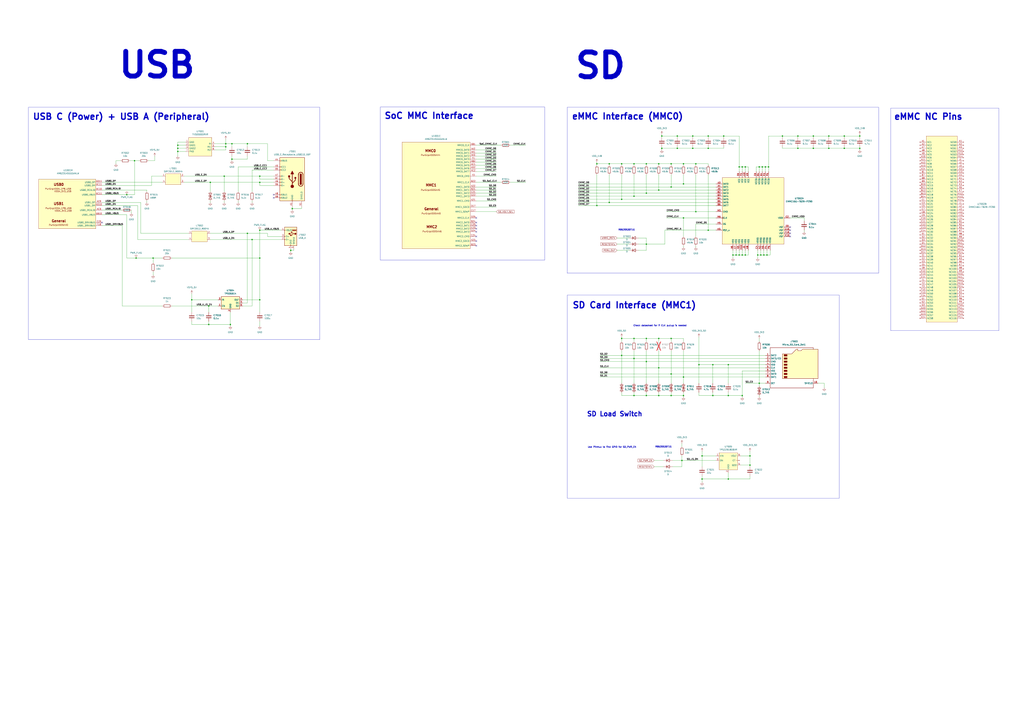
<source format=kicad_sch>
(kicad_sch (version 20250114) (generator "eeschema") (generator_version "9.0")
  (paper "A1")
  (lib_symbols
    (symbol "Connector:Micro_SD_Card_Det1"
      (property "Reference" "J" (at -16.51 17.78 0))
      (property "Value" "Micro_SD_Card_Det1" (at 16.51 17.78 0))
      (symbol "Micro_SD_Card_Det1_1_1"
        (pin bidirectional line (at -22.86 10.16 0) (length 3.81) (name "DAT2") (number "1"))
        (pin bidirectional line (at -22.86 7.62 0) (length 3.81) (name "DAT3/CD") (number "2"))
        (pin input line (at -22.86 5.08 0) (length 3.81) (name "CMD") (number "3"))
        (pin power_in line (at -22.86 2.54 0) (length 3.81) (name "VDD") (number "4"))
        (pin input line (at -22.86 0 0) (length 3.81) (name "CLK") (number "5"))
        (pin power_in line (at -22.86 -2.54 0) (length 3.81) (name "VSS") (number "6"))
        (pin bidirectional line (at -22.86 -5.08 0) (length 3.81) (name "DAT0") (number "7"))
        (pin bidirectional line (at -22.86 -7.62 0) (length 3.81) (name "DAT1") (number "8"))
        (pin passive line (at -22.86 -12.7 0) (length 3.81) (name "DET") (number "9"))
        (pin passive line (at 20.32 -12.7 180) (length 3.81) (name "SHIELD") (number "10"))
      )
    )
    (symbol "Connector:USB_A" (pin_names (offset 1.016))
      (property "Reference" "J" (at -5.08 11.43 0))
      (property "Value" "USB_A" (at -5.08 8.89 0))
      (symbol "USB_A_1_1"
        (pin passive line (at -2.54 -10.16 90) (length 2.54) (name "Shield") (number "5"))
        (pin power_in line (at 0 -10.16 90) (length 2.54) (name "GND") (number "4"))
        (pin power_in line (at 7.62 5.08 180) (length 2.54) (name "VBUS") (number "1"))
        (pin bidirectional line (at 7.62 0 180) (length 2.54) (name "D+") (number "3"))
        (pin bidirectional line (at 7.62 -2.54 180) (length 2.54) (name "D-") (number "2"))
      )
    )
    (symbol "Connector:USB_C_Receptacle_USB2.0_16P" (pin_names (offset 1.016))
      (property "Reference" "J" (at 0 22.225 0))
      (property "Value" "USB_C_Receptacle_USB2.0_16P" (at 0 19.685 0))
      (symbol "USB_C_Receptacle_USB2.0_16P_1_1"
        (pin passive line (at -7.62 -22.86 90) (length 5.08) (name "SHIELD") (number "S1"))
        (pin passive line (at 0 -22.86 90) (length 5.08) (name "GND") (number "A1"))
        (pin passive line (at 0 -22.86 90) (length 5.08) (hide yes) (name "GND") (number "A12"))
        (pin passive line (at 0 -22.86 90) (length 5.08) (hide yes) (name "GND") (number "B1"))
        (pin passive line (at 0 -22.86 90) (length 5.08) (hide yes) (name "GND") (number "B12"))
        (pin passive line (at 15.24 15.24 180) (length 5.08) (name "VBUS") (number "A4"))
        (pin passive line (at 15.24 15.24 180) (length 5.08) (hide yes) (name "VBUS") (number "A9"))
        (pin passive line (at 15.24 15.24 180) (length 5.08) (hide yes) (name "VBUS") (number "B4"))
        (pin passive line (at 15.24 15.24 180) (length 5.08) (hide yes) (name "VBUS") (number "B9"))
        (pin bidirectional line (at 15.24 10.16 180) (length 5.08) (name "CC1") (number "A5"))
        (pin bidirectional line (at 15.24 7.62 180) (length 5.08) (name "CC2") (number "B5"))
        (pin bidirectional line (at 15.24 2.54 180) (length 5.08) (name "D-") (number "A7"))
        (pin bidirectional line (at 15.24 0 180) (length 5.08) (name "D-") (number "B7"))
        (pin bidirectional line (at 15.24 -2.54 180) (length 5.08) (name "D+") (number "A6"))
        (pin bidirectional line (at 15.24 -5.08 180) (length 5.08) (name "D+") (number "B6"))
        (pin bidirectional line (at 15.24 -12.7 180) (length 5.08) (name "SBU1") (number "A8"))
        (pin bidirectional line (at 15.24 -15.24 180) (length 5.08) (name "SBU2") (number "B8"))
      )
    )
    (symbol "Device:C" (pin_numbers (hide yes)) (pin_names (offset 0.254))
      (property "Reference" "C" (at 0.635 2.54 0))
      (property "Value" "C" (at 0.635 -2.54 0))
      (symbol "C_1_1"
        (pin passive line (at 0 3.81 270) (length 2.794) (name "~") (number "1"))
        (pin passive line (at 0 -3.81 90) (length 2.794) (name "~") (number "2"))
      )
    )
    (symbol "Device:D" (pin_numbers (hide yes)) (pin_names (offset 1.016) (hide yes))
      (property "Reference" "D" (at 0 2.54 0))
      (property "Value" "D" (at 0 -2.54 0))
      (symbol "D_1_1"
        (pin passive line (at -3.81 0 0) (length 2.54) (name "K") (number "1"))
        (pin passive line (at 3.81 0 180) (length 2.54) (name "A") (number "2"))
      )
    )
    (symbol "Device:D_TVS" (pin_numbers (hide yes)) (pin_names (offset 1.016) (hide yes))
      (property "Reference" "D" (at 0 2.54 0))
      (property "Value" "D_TVS" (at 0 -2.54 0))
      (symbol "D_TVS_1_1"
        (pin passive line (at -3.81 0 0) (length 2.54) (name "A1") (number "1"))
        (pin passive line (at 3.81 0 180) (length 2.54) (name "A2") (number "2"))
      )
    )
    (symbol "Device:R" (pin_numbers (hide yes)) (pin_names (offset 0))
      (property "Reference" "R" (at 2.032 0 90))
      (property "Value" "R" (at 0 0 90))
      (symbol "R_1_1"
        (pin passive line (at 0 3.81 270) (length 1.27) (name "~") (number "1"))
        (pin passive line (at 0 -3.81 90) (length 1.27) (name "~") (number "2"))
      )
    )
    (symbol "Power_Protection:TPD3S014"
      (property "Reference" "U" (at -6.35 6.35 0))
      (property "Value" "TPD3S014" (at 2.54 6.35 0))
      (symbol "TPD3S014_1_1"
        (pin power_in line (at -10.16 2.54 0) (length 2.54) (name "IN") (number "3"))
        (pin input line (at -10.16 -2.54 0) (length 2.54) (name "EN") (number "1"))
        (pin power_in line (at 0 -7.62 90) (length 2.54) (name "GND") (number "2"))
        (pin passive line (at 10.16 2.54 180) (length 2.54) (name "OUT") (number "4"))
        (pin passive line (at 10.16 0 180) (length 2.54) (name "D1") (number "5"))
        (pin passive line (at 10.16 -2.54 180) (length 2.54) (name "D2") (number "6"))
      )
    )
    (symbol "SRF2012_900YA_1"
      (property "Reference" "L" (at 0 10.922 0))
      (property "Value" "SRF2012_900YA" (at 0 8.636 0))
      (symbol "SRF2012_900YA_1_1_1"
        (pin passive line (at -8.89 2.54 0) (length 2.54) (name "") (number "1"))
        (pin passive line (at -8.89 -2.54 0) (length 2.54) (name "") (number "4"))
        (pin passive line (at 8.89 2.54 180) (length 2.54) (name "") (number "2"))
        (pin passive line (at 8.89 -2.54 180) (length 2.54) (name "") (number "3"))
      )
    )
    (symbol "SoftServicesSymbolLibrary:AM6231ASGGGAALW"
      (property "Reference" "U" (at -3.302 72.644 0))
      (property "Value" "AM6231ASGGGAALW" (at -3.048 70.104 0))
      (symbol "AM6231ASGGGAALW_1_1"
        (text "Analog and Digital\nPower" (at 2.794 13.97 0) (effects (font (size 2.032 2.032) (thickness 0.4064) (bold yes))))
        (pin power_in line (at -30.48 46.99 0) (length 5.08) (name "VDD_CORE") (number "H8"))
        (pin power_in line (at -30.48 44.45 0) (length 5.08) (name "VDD_CORE") (number "J11"))
        (pin power_in line (at -30.48 41.91 0) (length 5.08) (name "VDD_CORE") (number "J14"))
        (pin power_in line (at -30.48 39.37 0) (length 5.08) (name "VDD_CORE") (number "K17"))
        (pin power_in line (at -30.48 36.83 0) (length 5.08) (name "VDD_CORE") (number "L12"))
        (pin power_in line (at -30.48 34.29 0) (length 5.08) (name "VDD_CORE") (number "L15"))
        (pin power_in line (at -30.48 31.75 0) (length 5.08) (name "VDD_CORE") (number "M16"))
        (pin power_in line (at -30.48 29.21 0) (length 5.08) (name "VDD_CORE") (number "N8"))
        (pin power_in line (at -30.48 26.67 0) (length 5.08) (name "VDD_CORE") (number "N11"))
        (pin power_in line (at -30.48 24.13 0) (length 5.08) (name "VDD_CORE") (number "N13"))
        (pin power_in line (at -30.48 21.59 0) (length 5.08) (name "VDD_CORE") (number "P17"))
        (pin power_in line (at -30.48 19.05 0) (length 5.08) (name "VDD_CORE") (number "R11"))
        (pin power_in line (at -30.48 16.51 0) (length 5.08) (name "VDD_CORE") (number "R14"))
        (pin power_in line (at -30.48 13.97 0) (length 5.08) (name "VDD_CORE") (number "U12"))
        (pin power_in line (at -30.48 11.43 0) (length 5.08) (name "VDD_CORE") (number "V8"))
        (pin power_in line (at -30.48 8.89 0) (length 5.08) (name "VDD_CORE") (number "V15"))
        (pin power_in line (at -30.48 6.35 0) (length 5.08) (name "VDD_CORE") (number "V17"))
        (pin power_in line (at -30.48 2.54 0) (length 5.08) (name "VDDR_CORE") (number "K16"))
        (pin power_in line (at -30.48 0 0) (length 5.08) (name "VDDR_CORE") (number "N12"))
        (pin power_in line (at -30.48 -2.54 0) (length 5.08) (name "VDDR_CORE") (number "N14"))
        (pin power_in line (at -30.48 -5.08 0) (length 5.08) (name "VDDR_CORE") (number "P16"))
        (pin power_in line (at -30.48 -7.62 0) (length 5.08) (name "VDDR_CORE") (number "R12"))
        (pin power_in line (at -30.48 -10.16 0) (length 5.08) (name "VDDR_CORE") (number "T10"))
        (pin power_in line (at -30.48 -12.7 0) (length 5.08) (name "VDDR_CORE") (number "U14"))
        (pin power_in line (at -30.48 -15.24 0) (length 5.08) (name "VDDR_CORE") (number "J12"))
        (pin power_in line (at -30.48 -19.05 0) (length 5.08) (name "VDDS_DDR") (number "K9"))
        (pin power_in line (at -30.48 -21.59 0) (length 5.08) (name "VDDS_DDR") (number "L8"))
        (pin power_in line (at -30.48 -24.13 0) (length 5.08) (name "VDDS_DDR") (number "P9"))
        (pin power_in line (at -30.48 -26.67 0) (length 5.08) (name "VDDS_DDR") (number "R8"))
        (pin power_in line (at -30.48 -30.48 0) (length 5.08) (name "VDDS_OSC0") (number "G7"))
        (pin power_in line (at -30.48 -34.29 0) (length 5.08) (name "VDDS_DDR_C") (number "M9"))
        (pin power_in line (at -30.48 -38.1 0) (length 5.08) (name "VDD_CANUART") (number "F8"))
        (pin power_in line (at -30.48 -41.91 0) (length 5.08) (name "VMON_1P8_SOC") (number "G10"))
        (pin power_in line (at -30.48 -45.72 0) (length 5.08) (name "VMON_3P3_SOC") (number "K10"))
        (pin power_in line (at -30.48 -49.53 0) (length 5.08) (name "VMON_ER_VSYS") (number "H10"))
        (pin power_in line (at -30.48 -53.34 0) (length 5.08) (name "VPP") (number "J8"))
        (pin power_in line (at -30.48 -57.15 0) (length 5.08) (name "TEMP_DIODE_P") (number "E7"))
        (pin power_in line (at 35.56 46.99 180) (length 5.08) (name "VDDSHV0") (number "F15"))
        (pin power_in line (at 35.56 44.45 180) (length 5.08) (name "VDDSHV0") (number "G14"))
        (pin power_in line (at 35.56 40.64 180) (length 5.08) (name "VDDSHV1") (number "L18"))
        (pin power_in line (at 35.56 38.1 180) (length 5.08) (name "VDDSHV1") (number "M19"))
        (pin power_in line (at 35.56 34.29 180) (length 5.08) (name "VDDSHV2") (number "W16"))
        (pin power_in line (at 35.56 31.75 180) (length 5.08) (name "VDDSHV2") (number "W19"))
        (pin power_in line (at 35.56 27.94 180) (length 5.08) (name "VDDSHV3") (number "N18"))
        (pin power_in line (at 35.56 25.4 180) (length 5.08) (name "VDDSHV3") (number "P18"))
        (pin power_in line (at 35.56 22.86 180) (length 5.08) (name "VDDSHV3") (number "T19"))
        (pin power_in line (at 35.56 20.32 180) (length 5.08) (name "VDDSHV3") (number "U18"))
        (pin power_in line (at 35.56 16.51 180) (length 5.08) (name "VDDSHV4") (number "T7"))
        (pin power_in line (at 35.56 12.7 180) (length 5.08) (name "VDDSHV5") (number "G17"))
        (pin power_in line (at 35.56 8.89 180) (length 5.08) (name "VDDSHV6") (number "J18"))
        (pin power_in line (at 35.56 5.08 180) (length 5.08) (name "VDDSHV_MCU") (number "F11"))
        (pin power_in line (at 35.56 2.54 180) (length 5.08) (name "VDDSHV_MCU") (number "G12"))
        (pin power_in line (at 35.56 -1.27 180) (length 5.08) (name "VDDSHV_CANUART") (number "H9"))
        (pin power_in line (at 35.56 -5.08 180) (length 5.08) (name "VDDA_TEMP0") (number "T9"))
        (pin power_in line (at 35.56 -7.62 180) (length 5.08) (name "VDDA_TEMP1") (number "G16"))
        (pin power_in line (at 35.56 -11.43 180) (length 5.08) (name "VDDA_PLL0") (number "U11"))
        (pin power_in line (at 35.56 -13.97 180) (length 5.08) (name "VDDA_PLL1") (number "U15"))
        (pin power_in line (at 35.56 -16.51 180) (length 5.08) (name "VDDA_PLL2") (number "L14"))
        (pin power_in line (at 35.56 -20.32 180) (length 5.08) (name "VDDA_MCU") (number "L11"))
        (pin power_in line (at 35.56 -24.13 180) (length 5.08) (name "VDDA_1P8_OLDI0") (number "W9"))
        (pin power_in line (at 35.56 -26.67 180) (length 5.08) (name "VDDA_1P8_OLDI0") (number "W10"))
        (pin power_in line (at 35.56 -30.48 180) (length 5.08) (name "VDDA_CORE_USB") (number "W12"))
        (pin power_in line (at 35.56 -34.29 180) (length 5.08) (name "VDDA_CORE_CSIRX0") (number "W13"))
        (pin power_in line (at 35.56 -38.1 180) (length 5.08) (name "VDDA_1P8_CSIRX0") (number "W14"))
        (pin power_in line (at 35.56 -41.91 180) (length 5.08) (name "VDDA_1P8_USB") (number "Y11"))
        (pin power_in line (at 35.56 -45.72 180) (length 5.08) (name "VDDA_3P3_USB") (number "Y13"))
      )
      (symbol "AM6231ASGGGAALW_2_1"
        (text "Power Caps" (at 4.064 3.302 0) (effects (font (size 2.032 2.032) (thickness 0.4064) (bold yes))))
        (pin power_in line (at -24.13 10.16 0) (length 5.08) (name "CAP_VDDS0") (number "H15"))
        (pin power_in line (at -24.13 7.62 0) (length 5.08) (name "CAP_VDDS1") (number "K18"))
        (pin power_in line (at -24.13 5.08 0) (length 5.08) (name "CAP_VDDS2") (number "W17"))
        (pin power_in line (at -24.13 2.54 0) (length 5.08) (name "CAP_VDDS3") (number "P19"))
        (pin power_in line (at -24.13 0 0) (length 5.08) (name "CAP_VDDS4") (number "U7"))
        (pin power_in line (at -24.13 -2.54 0) (length 5.08) (name "CAP_VDDS5") (number "H17"))
        (pin power_in line (at -24.13 -5.08 0) (length 5.08) (name "CAP_VDDS6") (number "J19"))
        (pin power_in line (at -24.13 -8.89 0) (length 5.08) (name "CAP_VDDS_MCU") (number "H11"))
        (pin power_in line (at -24.13 -12.7 0) (length 5.08) (name "CAP_VDDS_CANUART") (number "G9"))
      )
      (symbol "AM6231ASGGGAALW_3_1"
        (text "Ground" (at -0.254 0.254 0) (effects (font (size 2.032 2.032) (thickness 0.4064) (bold yes))))
        (pin power_in line (at -29.21 38.1 0) (length 5.08) (name "VSS") (number "A1"))
        (pin power_in line (at -29.21 35.56 0) (length 5.08) (name "VSS") (number "A24"))
        (pin power_in line (at -29.21 33.02 0) (length 5.08) (name "VSS") (number "A25"))
        (pin power_in line (at -29.21 30.48 0) (length 5.08) (name "VSS") (number "B25"))
        (pin power_in line (at -29.21 27.94 0) (length 5.08) (name "VSS") (number "F13"))
        (pin power_in line (at -29.21 25.4 0) (length 5.08) (name "VSS") (number "G13"))
        (pin power_in line (at -29.21 22.86 0) (length 5.08) (name "VSS") (number "G19"))
        (pin power_in line (at -29.21 20.32 0) (length 5.08) (name "VSS") (number "H13"))
        (pin power_in line (at -29.21 17.78 0) (length 5.08) (name "VSS") (number "H16"))
        (pin power_in line (at -29.21 15.24 0) (length 5.08) (name "VSS") (number "H18"))
        (pin power_in line (at -29.21 12.7 0) (length 5.08) (name "VSS") (number "H20"))
        (pin power_in line (at -29.21 10.16 0) (length 5.08) (name "VSS") (number "J7"))
        (pin power_in line (at -29.21 7.62 0) (length 5.08) (name "VSS") (number "J13"))
        (pin power_in line (at -29.21 5.08 0) (length 5.08) (name "VSS") (number "K7"))
        (pin power_in line (at -29.21 2.54 0) (length 5.08) (name "VSS") (number "K13"))
        (pin power_in line (at -29.21 0 0) (length 5.08) (name "VSS") (number "K15"))
        (pin power_in line (at -29.21 -2.54 0) (length 5.08) (name "VSS") (number "K19"))
        (pin power_in line (at -29.21 -5.08 0) (length 5.08) (name "VSS") (number "L20"))
        (pin power_in line (at -29.21 -7.62 0) (length 5.08) (name "VSS") (number "M7"))
        (pin power_in line (at -29.21 -10.16 0) (length 5.08) (name "VSS") (number "M8"))
        (pin power_in line (at -29.21 -12.7 0) (length 5.08) (name "VSS") (number "M10"))
        (pin power_in line (at -29.21 -15.24 0) (length 5.08) (name "VSS") (number "M12"))
        (pin power_in line (at -29.21 -17.78 0) (length 5.08) (name "VSS") (number "M13"))
        (pin power_in line (at -29.21 -20.32 0) (length 5.08) (name "VSS") (number "M17"))
        (pin power_in line (at -29.21 -22.86 0) (length 5.08) (name "VSS") (number "M18"))
        (pin power_in line (at -29.21 -25.4 0) (length 5.08) (name "VSS") (number "N15"))
        (pin power_in line (at -29.21 -27.94 0) (length 5.08) (name "VSS") (number "P7"))
        (pin power_in line (at -29.21 -30.48 0) (length 5.08) (name "VSS") (number "P10"))
        (pin power_in line (at -29.21 -33.02 0) (length 5.08) (name "VSS") (number "P13"))
        (pin power_in line (at -29.21 -35.56 0) (length 5.08) (name "VSS") (number "R13"))
        (pin power_in line (at -29.21 -38.1 0) (length 5.08) (name "VSS") (number "R15"))
        (pin power_in line (at 29.21 38.1 180) (length 5.08) (name "VSS") (number "R18"))
        (pin power_in line (at 29.21 35.56 180) (length 5.08) (name "VSS") (number "R20"))
        (pin power_in line (at 29.21 33.02 180) (length 5.08) (name "VSS") (number "T8"))
        (pin power_in line (at 29.21 30.48 180) (length 5.08) (name "VSS") (number "T13"))
        (pin power_in line (at 29.21 27.94 180) (length 5.08) (name "VSS") (number "T14"))
        (pin power_in line (at 29.21 25.4 180) (length 5.08) (name "VSS") (number "T16"))
        (pin power_in line (at 29.21 22.86 180) (length 5.08) (name "VSS") (number "T17"))
        (pin power_in line (at 29.21 20.32 180) (length 5.08) (name "VSS") (number "T18"))
        (pin power_in line (at 29.21 17.78 180) (length 5.08) (name "VSS") (number "U8"))
        (pin power_in line (at 29.21 15.24 180) (length 5.08) (name "VSS") (number "U19"))
        (pin power_in line (at 29.21 12.7 180) (length 5.08) (name "VSS") (number "V9"))
        (pin power_in line (at 29.21 10.16 180) (length 5.08) (name "VSS") (number "V10"))
        (pin power_in line (at 29.21 7.62 180) (length 5.08) (name "VSS") (number "V11"))
        (pin power_in line (at 29.21 5.08 180) (length 5.08) (name "VSS") (number "V13"))
        (pin power_in line (at 29.21 2.54 180) (length 5.08) (name "VSS") (number "V16"))
        (pin power_in line (at 29.21 0 180) (length 5.08) (name "VSS") (number "V18"))
        (pin power_in line (at 29.21 -2.54 180) (length 5.08) (name "VSS") (number "W7"))
        (pin power_in line (at 29.21 -5.08 180) (length 5.08) (name "VSS") (number "Y2"))
        (pin power_in line (at 29.21 -7.62 180) (length 5.08) (name "VSS") (number "AA11"))
        (pin power_in line (at 29.21 -10.16 180) (length 5.08) (name "VSS") (number "AB9"))
        (pin power_in line (at 29.21 -12.7 180) (length 5.08) (name "VSS") (number "AD1"))
        (pin power_in line (at 29.21 -15.24 180) (length 5.08) (name "VSS") (number "AD9"))
        (pin power_in line (at 29.21 -17.78 180) (length 5.08) (name "VSS") (number "AD12"))
        (pin power_in line (at 29.21 -20.32 180) (length 5.08) (name "VSS") (number "AD16"))
        (pin power_in line (at 29.21 -22.86 180) (length 5.08) (name "VSS") (number "AD25"))
        (pin power_in line (at 29.21 -25.4 180) (length 5.08) (name "VSS") (number "AE1"))
        (pin power_in line (at 29.21 -27.94 180) (length 5.08) (name "VSS") (number "AE8"))
        (pin power_in line (at 29.21 -30.48 180) (length 5.08) (name "VSS") (number "AE12"))
        (pin power_in line (at 29.21 -33.02 180) (length 5.08) (name "VSS") (number "AE16"))
        (pin power_in line (at 29.21 -35.56 180) (length 5.08) (name "VSS") (number "AE24"))
        (pin power_in line (at 29.21 -38.1 180) (length 5.08) (name "VSS") (number "AE25"))
      )
      (symbol "AM6231ASGGGAALW_4_1"
        (text "PwrGrp:VDDS_DDR,\n	   VDDS_DDR_C" (at -10.16 -0.254 0) (effects (font (size 1.27 1.27)) (justify left)))
        (text "DDR Interface" (at -0.762 5.334 0) (effects (font (size 2.032 2.032) (thickness 0.4064) (bold yes))))
        (pin bidirectional line (at -41.91 55.88 0) (length 5.08) (name "DDR0_DQ0") (number "F4"))
        (pin bidirectional line (at -41.91 53.34 0) (length 5.08) (name "DDR0_DQ1") (number "G5"))
        (pin bidirectional line (at -41.91 50.8 0) (length 5.08) (name "DDR0_DQ2") (number "F3"))
        (pin bidirectional line (at -41.91 48.26 0) (length 5.08) (name "DDR0_DQ3") (number "H6"))
        (pin bidirectional line (at -41.91 45.72 0) (length 5.08) (name "DDR0_DQ4") (number "E3"))
        (pin bidirectional line (at -41.91 43.18 0) (length 5.08) (name "DDR0_DQ5") (number "G2"))
        (pin bidirectional line (at -41.91 40.64 0) (length 5.08) (name "DDR0_DQ6") (number "F2"))
        (pin bidirectional line (at -41.91 38.1 0) (length 5.08) (name "DDR0_DQ7") (number "F1"))
        (pin bidirectional line (at -41.91 35.56 0) (length 5.08) (name "DDR0_DQ8") (number "U1"))
        (pin bidirectional line (at -41.91 33.02 0) (length 5.08) (name "DDR0_DQ9") (number "U3"))
        (pin bidirectional line (at -41.91 30.48 0) (length 5.08) (name "DDR0_DQ10") (number "U2"))
        (pin bidirectional line (at -41.91 27.94 0) (length 5.08) (name "DDR0_DQ11") (number "V5"))
        (pin bidirectional line (at -41.91 25.4 0) (length 5.08) (name "DDR0_DQ12") (number "W2"))
        (pin bidirectional line (at -41.91 22.86 0) (length 5.08) (name "DDR0_DQ13") (number "V6"))
        (pin bidirectional line (at -41.91 20.32 0) (length 5.08) (name "DDR0_DQ14") (number "Y1"))
        (pin bidirectional line (at -41.91 17.78 0) (length 5.08) (name "DDR0_DQ15") (number "W1"))
        (pin input line (at -41.91 13.97 0) (length 5.08) (name "DDR0_BA0") (number "M1"))
        (pin input line (at -41.91 11.43 0) (length 5.08) (name "DDR0_BA1") (number "N1"))
        (pin input line (at -41.91 7.62 0) (length 5.08) (name "DDR0_BG0") (number "T4"))
        (pin input line (at -41.91 5.08 0) (length 5.08) (name "DDR0_BG1") (number "N2"))
        (pin passive line (at -41.91 1.27 0) (length 5.08) (name "DDR0_ATB0") (number "T2"))
        (pin passive line (at -41.91 -1.27 0) (length 5.08) (name "DDR0_ATB1") (number "U4"))
        (pin input line (at -41.91 -5.08 0) (length 5.08) (name "DDR0_CK0") (number "L1"))
        (pin input line (at -41.91 -7.62 0) (length 5.08) (name "DDR0_CK0_N") (number "L2"))
        (pin input line (at -41.91 -11.43 0) (length 5.08) (name "DDR0_CKE0") (number "H2"))
        (pin input line (at -41.91 -13.97 0) (length 5.08) (name "DDR0_CKE1") (number "J4"))
        (pin input line (at -41.91 -17.78 0) (length 5.08) (name "DDR0_CS0_N") (number "L6"))
        (pin input line (at -41.91 -20.32 0) (length 5.08) (name "DDR0_CS1_N") (number "K2"))
        (pin input line (at -41.91 -24.13 0) (length 5.08) (name "DDR0_ODT0") (number "H1"))
        (pin input line (at -41.91 -26.67 0) (length 5.08) (name "DDR0_ODT1") (number "J3"))
        (pin input line (at -41.91 -30.48 0) (length 5.08) (name "DDR0_ACT_N") (number "N6"))
        (pin open_collector line (at -41.91 -34.29 0) (length 5.08) (name "DDR0_ALERT_N") (number "R3"))
        (pin input line (at -41.91 -38.1 0) (length 5.08) (name "DDR0_CAL0") (number "M2"))
        (pin input line (at -41.91 -41.91 0) (length 5.08) (name "DDR0_CAS_N") (number "M4"))
        (pin input line (at -41.91 -45.72 0) (length 5.08) (name "DDR0_PAR") (number "T1"))
        (pin input line (at -41.91 -49.53 0) (length 5.08) (name "DDR0_RAS_N") (number "M5"))
        (pin input line (at -41.91 -53.34 0) (length 5.08) (name "DDR0_RESET0_N") (number "G1"))
        (pin input line (at -41.91 -57.15 0) (length 5.08) (name "DDR0_WE_N") (number "N3"))
        (pin input line (at 41.91 55.88 180) (length 5.08) (name "DDR0_DM0") (number "H5"))
        (pin input line (at 41.91 53.34 180) (length 5.08) (name "DDR0_DM1") (number "W5"))
        (pin input line (at 41.91 49.53 180) (length 5.08) (name "DDR0_A0") (number "J1"))
        (pin input line (at 41.91 46.99 180) (length 5.08) (name "DDR0_A1") (number "J2"))
        (pin input line (at 41.91 44.45 180) (length 5.08) (name "DDR0_A2") (number "K3"))
        (pin input line (at 41.91 41.91 180) (length 5.08) (name "DDR0_A3") (number "L5"))
        (pin input line (at 41.91 39.37 180) (length 5.08) (name "DDR0_A4") (number "K4"))
        (pin input line (at 41.91 36.83 180) (length 5.08) (name "DDR0_A5") (number "K1"))
        (pin input line (at 41.91 34.29 180) (length 5.08) (name "DDR0_A6") (number "R2"))
        (pin input line (at 41.91 31.75 180) (length 5.08) (name "DDR0_A7") (number "P2"))
        (pin input line (at 41.91 29.21 180) (length 5.08) (name "DDR0_A8") (number "P1"))
        (pin input line (at 41.91 26.67 180) (length 5.08) (name "DDR0_A9") (number "P4"))
        (pin input line (at 41.91 24.13 180) (length 5.08) (name "DDR0_A10") (number "R5"))
        (pin input line (at 41.91 21.59 180) (length 5.08) (name "DDR0_A11") (number "P5"))
        (pin input line (at 41.91 19.05 180) (length 5.08) (name "DDR0_A12") (number "R6"))
        (pin input line (at 41.91 16.51 180) (length 5.08) (name "DDR0_A13") (number "R1"))
        (pin bidirectional line (at 41.91 11.43 180) (length 5.08) (name "DDR0_DQS0") (number "E1"))
        (pin bidirectional line (at 41.91 8.89 180) (length 5.08) (name "DDR0_DQS0_N") (number "E2"))
        (pin bidirectional line (at 41.91 5.08 180) (length 5.08) (name "DDR0_DQS1") (number "V1"))
        (pin bidirectional line (at 41.91 2.54 180) (length 5.08) (name "DDR0_DQS1_N") (number "V2"))
      )
      (symbol "AM6231ASGGGAALW_5_1"
        (text "MMC0" (at -4.572 36.068 0) (effects (font (size 2.032 2.032) (thickness 0.4064) (bold yes))))
        (text "PwrGrp:VDDSHV4" (at -4.572 32.512 0) (effects (font (size 1.27 1.27))))
        (text "PwrGrp:VDDSHV5" (at -4.572 3.81 0) (effects (font (size 1.27 1.27))))
        (text "MMC1" (at -4.064 7.874 0) (effects (font (size 2.032 2.032) (thickness 0.4064) (bold yes))))
        (text "PwrGrp:VDDSHV0" (at -4.064 -15.494 0) (effects (font (size 1.27 1.27))))
        (text "General" (at -3.81 -11.684 0) (effects (font (size 2.032 2.032) (thickness 0.4064) (bold yes))))
        (text "MMC2" (at -3.556 -26.416 0) (effects (font (size 2.032 2.032) (thickness 0.4064) (bold yes))))
        (text "PwrGrp:VDDSHV6" (at -3.302 -30.226 0) (effects (font (size 1.27 1.27))))
        (pin output line (at 33.02 40.64 180) (length 5.08) (name "MMC0_CLK") (number "AB1"))
        (pin bidirectional line (at 33.02 36.83 180) (length 5.08) (name "MMC0_DAT0") (number "AA2"))
        (pin bidirectional line (at 33.02 34.29 180) (length 5.08) (name "MMC0_DAT1") (number "AA1"))
        (pin bidirectional line (at 33.02 31.75 180) (length 5.08) (name "MMC0_DAT2") (number "AA3"))
        (pin bidirectional line (at 33.02 29.21 180) (length 5.08) (name "MMC0_DAT3") (number "Y4"))
        (pin bidirectional line (at 33.02 26.67 180) (length 5.08) (name "MMC0_DAT4") (number "AB2"))
        (pin bidirectional line (at 33.02 24.13 180) (length 5.08) (name "MMC0_DAT5") (number "AC1"))
        (pin bidirectional line (at 33.02 21.59 180) (length 5.08) (name "MMC0_DAT6") (number "AD2"))
        (pin bidirectional line (at 33.02 19.05 180) (length 5.08) (name "MMC0_DAT7") (number "AC2"))
        (pin bidirectional line (at 33.02 15.24 180) (length 5.08) (name "MMC0_CMD") (number "Y3"))
        (pin output line (at 33.02 10.16 180) (length 5.08) (name "MMC1_CLK") (number "B22"))
        (pin bidirectional line (at 33.02 6.35 180) (length 5.08) (name "MMC1_DAT0") (number "A22"))
        (pin bidirectional line (at 33.02 3.81 180) (length 5.08) (name "MMC1_DAT1") (number "B21"))
        (pin bidirectional line (at 33.02 1.27 180) (length 5.08) (name "MMC1_DAT2") (number "C21"))
        (pin bidirectional line (at 33.02 -1.27 180) (length 5.08) (name "MMC1_DAT3") (number "D22"))
        (pin bidirectional line (at 33.02 -5.08 180) (length 5.08) (name "MMC1_CMD") (number "A21"))
        (pin input line (at 33.02 -10.16 180) (length 5.08) (name "MMC1_SDCD") (number "D17"))
        (pin input line (at 33.02 -13.97 180) (length 5.08) (name "MMC1_SDWP") (number "C17"))
        (pin output line (at 33.02 -19.05 180) (length 5.08) (name "MMC2_CLK") (number "D25"))
        (pin bidirectional line (at 33.02 -22.86 180) (length 5.08) (name "MMC2_DAT0") (number "B24"))
        (pin bidirectional line (at 33.02 -25.4 180) (length 5.08) (name "MMC2_DAT1") (number "C25"))
        (pin bidirectional line (at 33.02 -27.94 180) (length 5.08) (name "MMC2_DAT2") (number "E23"))
        (pin bidirectional line (at 33.02 -30.48 180) (length 5.08) (name "MMC2_DAT3") (number "D24"))
        (pin bidirectional line (at 33.02 -34.29 180) (length 5.08) (name "MMC2_CMD") (number "C24"))
        (pin input line (at 33.02 -38.1 180) (length 5.08) (name "MMC2_SDCD") (number "A23"))
        (pin input line (at 33.02 -41.91 180) (length 5.08) (name "MMC2_SDWP") (number "B23"))
      )
      (symbol "AM6231ASGGGAALW_6_1"
        (text "OSPI" (at 0.254 5.334 0) (effects (font (size 2.032 2.032) (thickness 0.4064) (bold yes))))
        (text "PwrGrp:VDDSHV1" (at 0.254 1.27 0) (effects (font (size 1.27 1.27))))
        (pin output line (at -29.21 20.32 0) (length 5.08) (name "OSPI0_CLK") (number "H24"))
        (pin bidirectional line (at -29.21 16.51 0) (length 5.08) (name "OSPI0_D0") (number "E25"))
        (pin bidirectional line (at -29.21 13.97 0) (length 5.08) (name "OSPI0_D1") (number "G24"))
        (pin bidirectional line (at -29.21 11.43 0) (length 5.08) (name "OSPI0_D2") (number "F25"))
        (pin bidirectional line (at -29.21 8.89 0) (length 5.08) (name "OSPI0_D3") (number "F24"))
        (pin bidirectional line (at -29.21 6.35 0) (length 5.08) (name "OSPI0_D4") (number "J23"))
        (pin bidirectional line (at -29.21 3.81 0) (length 5.08) (name "OSPI0_D5") (number "J25"))
        (pin bidirectional line (at -29.21 1.27 0) (length 5.08) (name "OSPI0_D6") (number "H25"))
        (pin bidirectional line (at -29.21 -1.27 0) (length 5.08) (name "OSPI0_D7") (number "H22"))
        (pin output line (at -29.21 -5.08 0) (length 5.08) (name "OSPI0_CSN0") (number "F23"))
        (pin output line (at -29.21 -7.62 0) (length 5.08) (name "OSPI0_CSN1") (number "G21"))
        (pin output line (at -29.21 -10.16 0) (length 5.08) (name "OSPI0_CSN2") (number "H21"))
        (pin output line (at -29.21 -12.7 0) (length 5.08) (name "OSPI0_CSN3") (number "E24"))
        (pin input line (at -29.21 -16.51 0) (length 5.08) (name "OSPI0_DQS") (number "J24"))
        (pin output line (at -29.21 -20.32 0) (length 5.08) (name "OSPI0_LBCLKO") (number "G25"))
      )
      (symbol "AM6231ASGGGAALW_7_1"
        (text "PwrGrp:VDDSHV2" (at -2.286 -12.954 0) (effects (font (size 1.27 1.27))))
        (text "PwrGrp:VDDSHV2" (at -2.032 23.368 0) (effects (font (size 1.27 1.27))))
        (text "RGMII1" (at -1.778 27.178 0) (effects (font (size 2.032 2.032) (thickness 0.4064) (bold yes))))
        (text "RGMII1" (at -1.778 -8.89 0) (effects (font (size 2.032 2.032) (thickness 0.4064) (bold yes))))
        (pin input line (at 31.75 35.56 180) (length 5.08) (name "RGMII1_RD0") (number "AB17"))
        (pin input line (at 31.75 33.02 180) (length 5.08) (name "RGMII1_RD1") (number "AC17"))
        (pin input line (at 31.75 30.48 180) (length 5.08) (name "RGMII1_RD2") (number "AB16"))
        (pin input line (at 31.75 27.94 180) (length 5.08) (name "RGMII1_RD3") (number "AA15"))
        (pin input line (at 31.75 24.13 180) (length 5.08) (name "RGMII1_RXC") (number "AD17"))
        (pin input line (at 31.75 20.32 180) (length 5.08) (name "RGMII1_RX_CTL") (number "AE17"))
        (pin output line (at 31.75 16.51 180) (length 5.08) (name "RGMII1_TD0") (number "AE20"))
        (pin output line (at 31.75 13.97 180) (length 5.08) (name "RGMII1_TD1") (number "AD20"))
        (pin output line (at 31.75 11.43 180) (length 5.08) (name "RGMII1_TD2") (number "AE18"))
        (pin output line (at 31.75 8.89 180) (length 5.08) (name "RGMII1_TD3") (number "AD18"))
        (pin output line (at 31.75 5.08 180) (length 5.08) (name "RGMII1_TXC") (number "AE19"))
        (pin output line (at 31.75 1.27 180) (length 5.08) (name "RGMII1_TX_CTL") (number "AD19"))
        (pin input line (at 31.75 -3.81 180) (length 5.08) (name "RGMII2_RD0") (number "AE23"))
        (pin input line (at 31.75 -6.35 180) (length 5.08) (name "RGMII2_RD1") (number "AB20"))
        (pin input line (at 31.75 -8.89 180) (length 5.08) (name "RGMII2_RD2") (number "AC21"))
        (pin input line (at 31.75 -11.43 180) (length 5.08) (name "RGMII2_RD3") (number "AE22"))
        (pin input line (at 31.75 -15.24 180) (length 5.08) (name "RGMII2_RXC") (number "AD23"))
        (pin input line (at 31.75 -19.05 180) (length 5.08) (name "RGMII2_RX_CTL") (number "AD22"))
        (pin output line (at 31.75 -22.86 180) (length 5.08) (name "RGMII2_TD0") (number "Y18"))
        (pin output line (at 31.75 -25.4 180) (length 5.08) (name "RGMII2_TD1") (number "AA18"))
        (pin output line (at 31.75 -27.94 180) (length 5.08) (name "RGMII2_TD2") (number "AD21"))
        (pin output line (at 31.75 -30.48 180) (length 5.08) (name "RGMII2_TD3") (number "AC20"))
        (pin output line (at 31.75 -34.29 180) (length 5.08) (name "RGMII2_TXC") (number "AE21"))
        (pin output line (at 31.75 -38.1 180) (length 5.08) (name "RGMII2_TX_CTL") (number "AA19"))
      )
      (symbol "AM6231ASGGGAALW_8_1"
        (text "MCU General" (at -1.778 6.096 0) (effects (font (size 2.032 2.032) (thickness 0.4064) (bold yes))))
        (text "PwrGrp:VDDSHV_MCU" (at -1.524 2.032 0) (effects (font (size 1.27 1.27))))
        (pin bidirectional line (at 21.59 7.62 180) (length 5.08) (name "EMU0") (number "E12"))
        (pin bidirectional line (at 21.59 5.08 180) (length 5.08) (name "EMU1") (number "C11"))
        (pin input clock (at 21.59 1.27 180) (length 5.08) (name "TCK") (number "A10"))
        (pin input line (at 21.59 -1.27 180) (length 5.08) (name "TDI") (number "A11"))
        (pin output line (at 21.59 -3.81 180) (length 5.08) (name "TDO") (number "D12"))
        (pin input line (at 21.59 -6.35 180) (length 5.08) (name "TMS") (number "B11"))
        (pin input line (at 21.59 -8.89 180) (length 5.08) (name "TRSTN") (number "B10"))
      )
      (symbol "AM6231ASGGGAALW_9_1"
        (text "PwrGrp:VDDSHV3" (at -0.508 0.254 0) (effects (font (size 1.27 1.27))))
        (text "GPMC" (at 0 3.81 0) (effects (font (size 2.032 2.032) (thickness 0.4064) (bold yes))))
        (pin output line (at -35.56 43.18 0) (length 5.08) (name "GPMC0_CLK") (number "P25"))
        (pin bidirectional line (at -35.56 39.37 0) (length 5.08) (name "GPMC0_AD0") (number "M25"))
        (pin bidirectional line (at -35.56 36.83 0) (length 5.08) (name "GPMC0_AD1") (number "N23"))
        (pin bidirectional line (at -35.56 34.29 0) (length 5.08) (name "GPMC0_AD2") (number "N24"))
        (pin bidirectional line (at -35.56 31.75 0) (length 5.08) (name "GPMC0_AD3") (number "N25"))
        (pin bidirectional line (at -35.56 29.21 0) (length 5.08) (name "GPMC0_AD4") (number "P24"))
        (pin bidirectional line (at -35.56 26.67 0) (length 5.08) (name "GPMC0_AD5") (number "P22"))
        (pin bidirectional line (at -35.56 24.13 0) (length 5.08) (name "GPMC0_AD6") (number "P21"))
        (pin bidirectional line (at -35.56 21.59 0) (length 5.08) (name "GPMC0_AD7") (number "R23"))
        (pin bidirectional line (at -35.56 19.05 0) (length 5.08) (name "GPMC0_AD8") (number "R24"))
        (pin bidirectional line (at -35.56 16.51 0) (length 5.08) (name "GPMC0_AD9") (number "R25"))
        (pin bidirectional line (at -35.56 13.97 0) (length 5.08) (name "GPMC0_AD10") (number "T25"))
        (pin bidirectional line (at -35.56 11.43 0) (length 5.08) (name "GPMC0_AD11") (number "R21"))
        (pin bidirectional line (at -35.56 8.89 0) (length 5.08) (name "GPMC0_AD12") (number "T22"))
        (pin bidirectional line (at -35.56 6.35 0) (length 5.08) (name "GPMC0_AD13") (number "T24"))
        (pin bidirectional line (at -35.56 3.81 0) (length 5.08) (name "GPMC0_AD14") (number "U25"))
        (pin bidirectional line (at -35.56 1.27 0) (length 5.08) (name "GPMC0_AD15") (number "U24"))
        (pin output line (at -35.56 -2.54 0) (length 5.08) (name "GPMC0_CSN0") (number "M21"))
        (pin output line (at -35.56 -5.08 0) (length 5.08) (name "GPMC0_CSN1") (number "L21"))
        (pin output line (at -35.56 -7.62 0) (length 5.08) (name "GPMC0_CSN2") (number "K22"))
        (pin output line (at -35.56 -10.16 0) (length 5.08) (name "GPMC0_CSN3") (number "K24"))
        (pin output line (at -35.56 -13.97 0) (length 5.08) (name "GPMC0_ADVN_ALE") (number "L23"))
        (pin output line (at -35.56 -17.78 0) (length 5.08) (name "GPMC0_BE0N_CLE") (number "M24"))
        (pin output line (at -35.56 -21.59 0) (length 5.08) (name "GPMC0_BE1N") (number "N20"))
        (pin output line (at -35.56 -25.4 0) (length 5.08) (name "GPMC0_DIR") (number "M22"))
        (pin input line (at -35.56 -29.21 0) (length 5.08) (name "GPMC0_WAIT0") (number "U23"))
        (pin input line (at -35.56 -31.75 0) (length 5.08) (name "GPMC0_WAIT1") (number "V25"))
        (pin output line (at -35.56 -35.56 0) (length 5.08) (name "GPMC0_WPN") (number "K25"))
        (pin output line (at -35.56 -39.37 0) (length 5.08) (name "GPMC0_OEN_REN") (number "L24"))
        (pin output line (at -35.56 -43.18 0) (length 5.08) (name "GPMC0_WEN") (number "L25"))
      )
      (symbol "AM6231ASGGGAALW_10_1"
        (text "PwrGrp:VDDS_OSC" (at -6.35 -4.318 0) (effects (font (size 1.27 1.27))))
        (text "PwrGrp:VDDSHV_CANUART" (at -6.35 -19.812 0) (effects (font (size 1.27 1.27))))
        (text "PwrGrp:VDDSHV2" (at -6.096 18.034 0) (effects (font (size 1.27 1.27))))
        (text "PwrGrp:VDDSHV_MCU" (at -6.096 6.604 0) (effects (font (size 1.27 1.27))))
        (text "RGMII" (at -5.842 21.336 0) (effects (font (size 2.032 2.032) (thickness 0.4064) (bold yes))))
        (text "MCU General" (at -5.842 10.16 0) (effects (font (size 2.032 2.032) (thickness 0.4064) (bold yes))))
        (text "OSC0" (at -5.842 -0.762 0) (effects (font (size 2.032 2.032) (thickness 0.4064) (bold yes))))
        (text "CANUART" (at -5.842 -16.256 0) (effects (font (size 2.032 2.032) (thickness 0.4064) (bold yes))))
        (pin output line (at 31.75 22.86 180) (length 5.08) (name "MDIO0_MDC") (number "AD24"))
        (pin bidirectional line (at 31.75 19.05 180) (length 5.08) (name "MDIO0_MDIO") (number "AB22"))
        (pin bidirectional line (at 31.75 15.24 180) (length 5.08) (name "WKUP_I2C0_SCL") (number "B9"))
        (pin bidirectional line (at 31.75 12.7 180) (length 5.08) (name "WKUP_I2C0_SDA") (number "A9"))
        (pin output line (at 31.75 8.89 180) (length 5.08) (name "WKUP_CLKOUT0") (number "A12"))
        (pin input line (at 31.75 1.27 180) (length 5.08) (name "WKUP_LFOSC0_XI") (number "C2"))
        (pin output line (at 31.75 -2.54 180) (length 5.08) (name "WKUP_LFOSC0_XO") (number "C1"))
        (pin output line (at 31.75 -10.16 180) (length 5.08) (name "WKUP_UART0_RTSN") (number "A4"))
        (pin input line (at 31.75 -12.7 180) (length 5.08) (name "WKUP_UART0_CTSN") (number "C6"))
        (pin input line (at 31.75 -16.51 180) (length 5.08) (name "WKUP_UART0_RXD") (number "B4"))
        (pin output line (at 31.75 -19.05 180) (length 5.08) (name "WKUP_UART0_TXD") (number "C5"))
        (pin passive line (at 31.75 -22.86 180) (length 5.08) (name "PMIC_LPM_EN0") (number "B7"))
      )
      (symbol "AM6231ASGGGAALW_11_1"
        (text "MCASP0" (at -5.08 3.048 0) (effects (font (size 2.032 2.032) (thickness 0.4064) (bold yes))))
        (text "PwrGrp:VDDSHV0" (at -4.826 -0.762 0) (effects (font (size 1.27 1.27))))
        (pin output line (at 27.94 10.16 180) (length 5.08) (name "MCASP0_AXR0") (number "E18"))
        (pin output line (at 27.94 7.62 180) (length 5.08) (name "MCASP0_AXR1") (number "B18"))
        (pin input line (at 27.94 5.08 180) (length 5.08) (name "MCASP0_AXR2") (number "A19"))
        (pin input line (at 27.94 2.54 180) (length 5.08) (name "MCASP0_AXR3") (number "B19"))
        (pin output line (at 27.94 -1.27 180) (length 5.08) (name "MCASP0_ACLKX") (number "B20"))
        (pin bidirectional line (at 27.94 -3.81 180) (length 5.08) (name "MCASP0_ACLKR") (number "A20"))
        (pin output line (at 27.94 -7.62 180) (length 5.08) (name "MCASP0_AFSX") (number "D20"))
        (pin bidirectional line (at 27.94 -10.16 180) (length 5.08) (name "MCASP0_AFSR") (number "E19"))
      )
      (symbol "AM6231ASGGGAALW_12_1"
        (text "PwrGrp:VDDS_OSC" (at -5.588 -3.302 0) (effects (font (size 1.27 1.27))))
        (text "PwrGrp:VDDSHV_CANUART" (at -5.588 -17.018 0) (effects (font (size 1.27 1.27))))
        (text "MCU General" (at -5.334 19.304 0) (effects (font (size 2.032 2.032) (thickness 0.4064) (bold yes))))
        (text "PwrGrp:VDDSHV_MCU" (at -5.334 15.748 0) (effects (font (size 1.27 1.27))))
        (text "OSC0" (at -5.334 0.508 0) (effects (font (size 2.032 2.032) (thickness 0.4064) (bold yes))))
        (text "CANUART" (at -5.08 -13.208 0) (effects (font (size 2.032 2.032) (thickness 0.4064) (bold yes))))
        (pin bidirectional line (at 38.1 25.4 180) (length 5.08) (name "MCU_I2C0_SCL") (number "A8"))
        (pin bidirectional line (at 38.1 22.86 180) (length 5.08) (name "MCU_I2C0_SDA") (number "D10"))
        (pin output line (at 38.1 19.05 180) (length 5.08) (name "MCU_SPI0_CLK") (number "A7"))
        (pin bidirectional line (at 38.1 16.51 180) (length 5.08) (name "MCU_SPI0_D0") (number "D9"))
        (pin bidirectional line (at 38.1 13.97 180) (length 5.08) (name "MCU_SPI0_D1") (number "C9"))
        (pin output line (at 38.1 11.43 180) (length 5.08) (name "MCU_SPI0_CS0") (number "E8"))
        (pin output line (at 38.1 8.89 180) (length 5.08) (name "MCU_SPI0_CS1") (number "B8"))
        (pin input line (at 38.1 2.54 180) (length 5.08) (name "MCU_SPI0_OSC0_XI") (number "B2"))
        (pin output line (at 38.1 -2.54 180) (length 5.08) (name "MCU_SPI0_OSC0_XO") (number "A3"))
        (pin input line (at 38.1 -8.89 180) (length 5.08) (name "MCU_UART0_RXD") (number "B5"))
        (pin output line (at 38.1 -11.43 180) (length 5.08) (name "MCU_UART0_TXD") (number "A5"))
        (pin input line (at 38.1 -15.24 180) (length 5.08) (name "MCU_UART0_CTSN") (number "A6"))
        (pin output line (at 38.1 -17.78 180) (length 5.08) (name "MCU_UART0_RTSN") (number "B6"))
        (pin input line (at 38.1 -21.59 180) (length 5.08) (name "MCU_MCAN0_RX") (number "B3"))
        (pin output line (at 38.1 -24.13 180) (length 5.08) (name "MCU_MCAN0_TX") (number "D6"))
        (pin input line (at 38.1 -27.94 180) (length 5.08) (name "MCU_MCAN1_RX") (number "D4"))
        (pin output line (at 38.1 -30.48 180) (length 5.08) (name "MCU_MCAN1_TX") (number "E5"))
      )
      (symbol "AM6231ASGGGAALW_13_1"
        (text "PwrGrp:VDDA_1P8_USB\n	   VDDA_3V3_USB" (at -8.128 12.7 0) (effects (font (size 1.27 1.27))))
        (text "PwrGrp:VDDA_1P8_USB\n	   VDDA_3V3_USB" (at -7.874 -3.302 0) (effects (font (size 1.27 1.27))))
        (text "PwrGrp:VDDSHV0" (at -7.874 -16.002 0) (effects (font (size 1.27 1.27))))
        (text "USB0" (at -7.62 17.272 0) (effects (font (size 2.032 2.032) (thickness 0.4064) (bold yes))))
        (text "USB1" (at -7.62 1.524 0) (effects (font (size 2.032 2.032) (thickness 0.4064) (bold yes))))
        (text "General" (at -7.62 -12.7 0) (effects (font (size 2.032 2.032) (thickness 0.4064) (bold yes))))
        (pin bidirectional line (at 27.94 19.05 180) (length 5.08) (name "USB0_DP") (number "AD11"))
        (pin bidirectional line (at 27.94 16.51 180) (length 5.08) (name "USB0_DM") (number "AE11"))
        (pin passive line (at 27.94 12.7 180) (length 5.08) (name "USB0_RCALIB") (number "AE10"))
        (pin power_in line (at 27.94 8.89 180) (length 5.08) (name "USB0_VBUS") (number "AC11"))
        (pin bidirectional line (at 27.94 2.54 180) (length 5.08) (name "USB1_DP") (number "AE9"))
        (pin bidirectional line (at 27.94 0 180) (length 5.08) (name "USB1_DM") (number "AD10"))
        (pin passive line (at 27.94 -3.81 180) (length 5.08) (name "USB1_RCALIB") (number "AC9"))
        (pin power_in line (at 27.94 -7.62 180) (length 5.08) (name "USB1_VBUS") (number "AB10"))
        (pin output line (at 27.94 -13.97 180) (length 5.08) (name "USB0_DRVVBUS") (number "C20"))
        (pin output line (at 27.94 -16.51 180) (length 5.08) (name "USB1_DRVVBUS") (number "F18"))
      )
      (symbol "AM6231ASGGGAALW_14_1"
        (text "OLDI" (at 1.524 4.318 0) (effects (font (size 2.032 2.032) (thickness 0.4064) (bold yes))))
        (text "PwrGrp:VDDA_1P8_OLDI" (at 1.524 0.508 0) (effects (font (size 1.27 1.27))))
        (pin output line (at -30.48 29.21 0) (length 5.08) (name "OLDI0_A0P") (number "Y6"))
        (pin output line (at -30.48 26.67 0) (length 5.08) (name "OLDI0_A0N") (number "AA5"))
        (pin output line (at -30.48 22.86 0) (length 5.08) (name "OLDI0_A1P") (number "AB4"))
        (pin output line (at -30.48 20.32 0) (length 5.08) (name "OLDI0_A1N") (number "AD3"))
        (pin output line (at -30.48 16.51 0) (length 5.08) (name "OLDI0_A2P") (number "AA8"))
        (pin output line (at -30.48 13.97 0) (length 5.08) (name "OLDI0_A2N") (number "Y8"))
        (pin output line (at -30.48 10.16 0) (length 5.08) (name "OLDI0_A3P") (number "AA7"))
        (pin output line (at -30.48 7.62 0) (length 5.08) (name "OLDI0_A3P") (number "AB6"))
        (pin output line (at -30.48 3.81 0) (length 5.08) (name "OLDI0_A4P") (number "AC5"))
        (pin output line (at -30.48 1.27 0) (length 5.08) (name "OLDI0_A4N") (number "AC6"))
        (pin output line (at -30.48 -2.54 0) (length 5.08) (name "OLDI0_A5P") (number "AD6"))
        (pin output line (at -30.48 -5.08 0) (length 5.08) (name "OLDI0_A5N") (number "AE5"))
        (pin output line (at -30.48 -8.89 0) (length 5.08) (name "OLDI0_A6P") (number "AD7"))
        (pin output line (at -30.48 -11.43 0) (length 5.08) (name "OLDI0_A6N") (number "AE6"))
        (pin output line (at -30.48 -15.24 0) (length 5.08) (name "OLDI0_A7P") (number "AE7"))
        (pin output line (at -30.48 -17.78 0) (length 5.08) (name "OLDI0_A7N") (number "AD8"))
        (pin output line (at -30.48 -21.59 0) (length 5.08) (name "OLDI0_CLK0P") (number "AE3"))
        (pin output line (at -30.48 -24.13 0) (length 5.08) (name "OLDI0_CLK0N") (number "AD4"))
        (pin output line (at -30.48 -27.94 0) (length 5.08) (name "OLDI0_CLK1P") (number "AD5"))
        (pin output line (at -30.48 -30.48 0) (length 5.08) (name "OLDI0_CLK1N") (number "AE4"))
      )
      (symbol "AM6231ASGGGAALW_15_1"
        (text "CSI" (at 0.762 3.81 0) (effects (font (size 2.032 2.032) (thickness 0.4064) (bold yes))))
        (text "PwrGrp:VDDA_1P8_CSIRX" (at 1.524 0 0) (effects (font (size 1.27 1.27))))
        (pin output line (at -30.48 19.05 0) (length 5.08) (name "CSI0_RXP0") (number "AC15"))
        (pin output line (at -30.48 16.51 0) (length 5.08) (name "CSI0_RXN0") (number "AB14"))
        (pin output line (at -30.48 12.7 0) (length 5.08) (name "CSI0_RXP1") (number "AE14"))
        (pin output line (at -30.48 10.16 0) (length 5.08) (name "CSI0_RXN1") (number "AD14"))
        (pin output line (at -30.48 6.35 0) (length 5.08) (name "CSI0_RXP2") (number "AE13"))
        (pin output line (at -30.48 3.81 0) (length 5.08) (name "CSI0_RXN2") (number "AD13"))
        (pin output line (at -30.48 0 0) (length 5.08) (name "CSI0_RXP3") (number "AC13"))
        (pin output line (at -30.48 -2.54 0) (length 5.08) (name "CSI0_RXN3") (number "AB12"))
        (pin output line (at -30.48 -6.35 0) (length 5.08) (name "CSI0_RXCLKP") (number "AE15"))
        (pin output line (at -30.48 -8.89 0) (length 5.08) (name "CSI0_RXCLKN") (number "AD15"))
        (pin no_connect line (at -30.48 -12.7 0) (length 5.08) (name "RESERVED1") (number "AA12"))
        (pin no_connect line (at -30.48 -15.24 0) (length 5.08) (name "RESERVED2") (number "Y15"))
        (pin passive line (at -30.48 -19.05 0) (length 5.08) (name "CSI0_RXRCALIB") (number "AA14"))
      )
      (symbol "AM6231ASGGGAALW_16_1"
        (text "PwrGrp:VDDSHV3" (at -4.064 0.762 0) (effects (font (size 1.27 1.27))))
        (text "VOUT0 (HDMI/DPI)" (at -3.81 5.08 0) (effects (font (size 2.032 2.032) (thickness 0.4064) (bold yes))))
        (pin output line (at 34.29 26.67 180) (length 5.08) (name "VOUT0_DATA0") (number "U22"))
        (pin output line (at 34.29 24.13 180) (length 5.08) (name "VOUT0_DATA1") (number "V24"))
        (pin output line (at 34.29 21.59 180) (length 5.08) (name "VOUT0_DATA2") (number "W25"))
        (pin output line (at 34.29 19.05 180) (length 5.08) (name "VOUT0_DATA3") (number "W24"))
        (pin output line (at 34.29 16.51 180) (length 5.08) (name "VOUT0_DATA4") (number "Y25"))
        (pin output line (at 34.29 13.97 180) (length 5.08) (name "VOUT0_DATA5") (number "Y24"))
        (pin output line (at 34.29 11.43 180) (length 5.08) (name "VOUT0_DATA6") (number "Y23"))
        (pin output line (at 34.29 8.89 180) (length 5.08) (name "VOUT0_DATA7") (number "AA25"))
        (pin output line (at 34.29 6.35 180) (length 5.08) (name "VOUT0_DATA8") (number "V21"))
        (pin output line (at 34.29 3.81 180) (length 5.08) (name "VOUT0_DATA9") (number "W21"))
        (pin output line (at 34.29 1.27 180) (length 5.08) (name "VOUT0_DATA10") (number "V20"))
        (pin output line (at 34.29 -1.27 180) (length 5.08) (name "VOUT0_DATA11") (number "AA23"))
        (pin output line (at 34.29 -3.81 180) (length 5.08) (name "VOUT0_DATA12") (number "AB25"))
        (pin output line (at 34.29 -6.35 180) (length 5.08) (name "VOUT0_DATA13") (number "AA24"))
        (pin output line (at 34.29 -8.89 180) (length 5.08) (name "VOUT0_DATA14") (number "Y22"))
        (pin output line (at 34.29 -11.43 180) (length 5.08) (name "VOUT0_DATA15") (number "AA21"))
        (pin output line (at 34.29 -15.24 180) (length 5.08) (name "VOUT0_PCLK") (number "AC24"))
        (pin output line (at 34.29 -19.05 180) (length 5.08) (name "VOUT0_DE") (number "Y20"))
        (pin output line (at 34.29 -22.86 180) (length 5.08) (name "VOUT0_VSYNC") (number "AC25"))
        (pin output line (at 34.29 -26.67 180) (length 5.08) (name "VOUT0_HSYNC") (number "AB24"))
      )
      (symbol "AM6231ASGGGAALW_17_1"
        (text "OSC0" (at 5.334 14.478 0) (effects (font (size 2.032 2.032) (thickness 0.4064) (bold yes))))
        (text "PwrGrp:VDDS_OSC" (at 5.334 10.668 0) (effects (font (size 1.27 1.27))))
        (text "MCU General" (at 5.334 4.064 0) (effects (font (size 2.032 2.032) (thickness 0.4064) (bold yes))))
        (text "General" (at 5.334 -8.636 0) (effects (font (size 2.032 2.032) (thickness 0.4064) (bold yes))))
        (text "PwrGrp:VDDSHV_MCU" (at 5.588 0.254 0) (effects (font (size 1.27 1.27))))
        (text "PwrGrp:VDDSHV0" (at 5.588 -12.7 0) (effects (font (size 1.27 1.27))))
        (pin output line (at -31.75 16.51 0) (length 5.08) (name "MCU_ERRORN") (number "D1"))
        (pin input line (at -31.75 12.7 0) (length 5.08) (name "MCU_PORZ") (number "D2"))
        (pin output line (at -31.75 6.35 0) (length 5.08) (name "MCU_RESETSTATZ") (number "B12"))
        (pin input line (at -31.75 2.54 0) (length 5.08) (name "MCU_RESETZ") (number "E11"))
        (pin input line (at -31.75 -3.81 0) (length 5.08) (name "EXTINTN") (number "D16"))
        (pin output line (at -31.75 -7.62 0) (length 5.08) (name "PORZ_OUT") (number "E21"))
        (pin output line (at -31.75 -11.43 0) (length 5.08) (name "RESET_REQZ") (number "F20"))
        (pin output line (at -31.75 -15.24 0) (length 5.08) (name "RESETSTATZ") (number "F22"))
      )
      (symbol "AM6231ASGGGAALW_18_1"
        (text "PwrGrp:VDDSHV0" (at 0 13.716 0) (effects (font (size 1.27 1.27))))
        (text "PwrGrp:VDDS_OSC" (at 0 -21.082 0) (effects (font (size 1.27 1.27))))
        (text "General" (at 0.508 17.272 0) (effects (font (size 2.032 2.032) (thickness 0.4064) (bold yes))))
        (text "OSC0" (at 0.508 -17.272 0) (effects (font (size 2.032 2.032) (thickness 0.4064) (bold yes))))
        (pin input line (at -35.56 20.32 0) (length 5.08) (name "MCAN0_RX") (number "E15"))
        (pin output line (at -35.56 17.78 0) (length 5.08) (name "MCAN0_TX") (number "C15"))
        (pin input line (at -35.56 12.7 0) (length 5.08) (name "UART0_CTSN") (number "A15"))
        (pin output line (at -35.56 8.89 0) (length 5.08) (name "UART0_RTSN") (number "B15"))
        (pin input line (at -35.56 3.81 0) (length 5.08) (name "UART0_RXD") (number "D14"))
        (pin output line (at -35.56 1.27 0) (length 5.08) (name "UART0_TXD") (number "E14"))
        (pin input line (at -35.56 -3.81 0) (length 5.08) (name "EXT_REFCLK1") (number "A18"))
        (pin no_connect line (at -35.56 -19.05 0) (length 5.08) (name "VSENSE") (number "A2"))
        (pin bidirectional line (at 36.83 20.32 180) (length 5.08) (name "I2C0_SCL") (number "B16"))
        (pin bidirectional line (at 36.83 17.78 180) (length 5.08) (name "I2C0_SDA") (number "A16"))
        (pin bidirectional line (at 36.83 12.7 180) (length 5.08) (name "I2C1_SCL") (number "B17"))
        (pin bidirectional line (at 36.83 10.16 180) (length 5.08) (name "I2C1_SDA") (number "A17"))
        (pin output line (at 36.83 5.08 180) (length 5.08) (name "SPI0_CLK") (number "A14"))
        (pin bidirectional line (at 36.83 2.54 180) (length 5.08) (name "SPI0_D0") (number "B13"))
        (pin bidirectional line (at 36.83 0 180) (length 5.08) (name "SPI0_D1") (number "B14"))
        (pin output line (at 36.83 -2.54 180) (length 5.08) (name "SPI0_CS0") (number "A13"))
        (pin output line (at 36.83 -5.08 180) (length 5.08) (name "SPI0_CS1") (number "C13"))
        (pin no_connect line (at 36.83 -12.7 180) (length 5.08) (name "ATEST0") (number "F6"))
        (pin no_connect line (at 36.83 -15.24 180) (length 5.08) (name "ATEST1") (number "AE2"))
        (pin no_connect line (at 36.83 -21.59 180) (length 5.08) (name "IFORCE") (number "B1"))
      )
    )
    (symbol "SoftServicesSymbolLibrary:EMMC16G-TB29-PZ90"
      (property "Reference" "U" (at 0 52.832 0))
      (property "Value" "EMMC16G-TB29-PZ90" (at 0 50.292 0))
      (symbol "EMMC16G-TB29-PZ90_1_1"
        (pin bidirectional line (at -30.48 22.86 0) (length 5.08) (name "DAT0") (number "A3"))
        (pin bidirectional line (at -30.48 20.32 0) (length 5.08) (name "DAT1") (number "A4"))
        (pin bidirectional line (at -30.48 17.78 0) (length 5.08) (name "DAT2") (number "A5"))
        (pin bidirectional line (at -30.48 15.24 0) (length 5.08) (name "DAT3") (number "B2"))
        (pin bidirectional line (at -30.48 12.7 0) (length 5.08) (name "DAT4") (number "B3"))
        (pin bidirectional line (at -30.48 10.16 0) (length 5.08) (name "DAT5") (number "B4"))
        (pin bidirectional line (at -30.48 7.62 0) (length 5.08) (name "DAT6") (number "B5"))
        (pin bidirectional line (at -30.48 5.08 0) (length 5.08) (name "DAT7") (number "B6"))
        (pin bidirectional line (at -30.48 0 0) (length 5.08) (name "CMD") (number "M5"))
        (pin input clock (at -30.48 -5.08 0) (length 5.08) (name "CLK") (number "M6"))
        (pin output line (at -30.48 -10.16 0) (length 5.08) (name "DS") (number "H5"))
        (pin input line (at -30.48 -15.24 0) (length 5.08) (name "RST_n") (number "K5"))
        (pin power_in line (at -16.51 -31.75 90) (length 5.08) (name "VSS") (number "A6"))
        (pin power_in line (at -13.97 -31.75 90) (length 5.08) (name "VSS") (number "E7"))
        (pin power_in line (at -11.43 33.02 270) (length 5.08) (name "VCC") (number "E6"))
        (pin power_in line (at -11.43 -31.75 90) (length 5.08) (name "VSS") (number "G5"))
        (pin power_in line (at -8.89 33.02 270) (length 5.08) (name "VCC") (number "F5"))
        (pin power_in line (at -8.89 -31.75 90) (length 5.08) (name "VSS") (number "H10"))
        (pin power_in line (at -6.35 33.02 270) (length 5.08) (name "VCC") (number "J10"))
        (pin power_in line (at -6.35 -31.75 90) (length 5.08) (name "VSS") (number "J5"))
        (pin power_in line (at -3.81 33.02 270) (length 5.08) (name "VCC") (number "K9"))
        (pin power_in line (at -3.81 -31.75 90) (length 5.08) (name "VSS") (number "K8"))
        (pin power_in line (at 2.54 33.02 270) (length 5.08) (name "VCCQ") (number "C6"))
        (pin power_in line (at 3.81 -31.75 90) (length 5.08) (name "VSSQ") (number "C4"))
        (pin power_in line (at 5.08 33.02 270) (length 5.08) (name "VCCQ") (number "M4"))
        (pin power_in line (at 6.35 -31.75 90) (length 5.08) (name "VSSQ") (number "N2"))
        (pin power_in line (at 7.62 33.02 270) (length 5.08) (name "VCCQ") (number "N4"))
        (pin power_in line (at 8.89 -31.75 90) (length 5.08) (name "VSSQ") (number "N5"))
        (pin power_in line (at 10.16 33.02 270) (length 5.08) (name "VCCQ") (number "P3"))
        (pin power_in line (at 11.43 -31.75 90) (length 5.08) (name "VSSQ") (number "P4"))
        (pin power_in line (at 12.7 33.02 270) (length 5.08) (name "VCCQ") (number "P5"))
        (pin power_in line (at 13.97 -31.75 90) (length 5.08) (name "VSSQ") (number "P6"))
        (pin passive line (at 30.48 -5.08 180) (length 5.08) (name "VDDI") (number "C2"))
        (pin passive line (at 30.48 -12.7 180) (length 5.08) (name "VSF") (number "E9"))
        (pin passive line (at 30.48 -15.24 180) (length 5.08) (name "VSF") (number "E10"))
        (pin passive line (at 30.48 -17.78 180) (length 5.08) (name "VSF") (number "F10"))
        (pin passive line (at 30.48 -20.32 180) (length 5.08) (name "VSF") (number "K10"))
      )
      (symbol "EMMC16G-TB29-PZ90_2_1"
        (pin no_connect line (at -30.48 25.4 0) (length 5.08) (name "NC1") (number "A1"))
        (pin no_connect line (at -30.48 22.86 0) (length 5.08) (name "NC2") (number "A2"))
        (pin no_connect line (at -30.48 20.32 0) (length 5.08) (name "NC3") (number "A7"))
        (pin no_connect line (at -30.48 17.78 0) (length 5.08) (name "NC4") (number "A8"))
        (pin no_connect line (at -30.48 15.24 0) (length 5.08) (name "NC5") (number "A9"))
        (pin no_connect line (at -30.48 12.7 0) (length 5.08) (name "NC6") (number "A10"))
        (pin no_connect line (at -30.48 10.16 0) (length 5.08) (name "NC7") (number "A11"))
        (pin no_connect line (at -30.48 7.62 0) (length 5.08) (name "NC8") (number "A12"))
        (pin no_connect line (at -30.48 5.08 0) (length 5.08) (name "NC9") (number "A13"))
        (pin no_connect line (at -30.48 2.54 0) (length 5.08) (name "NC10") (number "A14"))
        (pin no_connect line (at -30.48 0 0) (length 5.08) (name "NC11") (number "B1"))
        (pin no_connect line (at -30.48 -2.54 0) (length 5.08) (name "NC12") (number "B7"))
        (pin no_connect line (at -30.48 -5.08 0) (length 5.08) (name "NC13") (number "B8"))
        (pin no_connect line (at -30.48 -7.62 0) (length 5.08) (name "NC14") (number "B9"))
        (pin no_connect line (at -30.48 -10.16 0) (length 5.08) (name "NC15") (number "B10"))
        (pin no_connect line (at -30.48 -12.7 0) (length 5.08) (name "NC16") (number "B11"))
        (pin no_connect line (at -30.48 -15.24 0) (length 5.08) (name "NC17") (number "B12"))
        (pin no_connect line (at -30.48 -17.78 0) (length 5.08) (name "NC18") (number "B13"))
        (pin no_connect line (at -30.48 -20.32 0) (length 5.08) (name "NC19") (number "B14"))
        (pin no_connect line (at -30.48 -22.86 0) (length 5.08) (name "NC20") (number "C1"))
        (pin no_connect line (at -30.48 -25.4 0) (length 5.08) (name "NC21") (number "C3"))
        (pin no_connect line (at -30.48 -27.94 0) (length 5.08) (name "NC22") (number "C5"))
        (pin no_connect line (at -30.48 -30.48 0) (length 5.08) (name "NC23") (number "C7"))
        (pin no_connect line (at -30.48 -33.02 0) (length 5.08) (name "NC24") (number "C8"))
        (pin no_connect line (at -30.48 -35.56 0) (length 5.08) (name "NC25") (number "C9"))
        (pin no_connect line (at -30.48 -38.1 0) (length 5.08) (name "NC26") (number "C10"))
        (pin no_connect line (at -30.48 -40.64 0) (length 5.08) (name "NC27") (number "C11"))
        (pin no_connect line (at -30.48 -43.18 0) (length 5.08) (name "NC28") (number "C12"))
        (pin no_connect line (at -30.48 -45.72 0) (length 5.08) (name "NC29") (number "C13"))
        (pin no_connect line (at -30.48 -48.26 0) (length 5.08) (name "NC30") (number "C14"))
        (pin no_connect line (at -30.48 -50.8 0) (length 5.08) (name "NC31") (number "D1"))
        (pin no_connect line (at -30.48 -53.34 0) (length 5.08) (name "NC32") (number "D2"))
        (pin no_connect line (at -30.48 -55.88 0) (length 5.08) (name "NC33") (number "D3"))
        (pin no_connect line (at -30.48 -58.42 0) (length 5.08) (name "NC34") (number "D4"))
        (pin no_connect line (at -30.48 -60.96 0) (length 5.08) (name "NC35") (number "D12"))
        (pin no_connect line (at -30.48 -63.5 0) (length 5.08) (name "NC36") (number "D13"))
        (pin no_connect line (at -30.48 -66.04 0) (length 5.08) (name "NC37") (number "D14"))
        (pin no_connect line (at -30.48 -68.58 0) (length 5.08) (name "NC38") (number "E1"))
        (pin no_connect line (at -30.48 -71.12 0) (length 5.08) (name "NC39") (number "E2"))
        (pin no_connect line (at -30.48 -73.66 0) (length 5.08) (name "NC40") (number "E3"))
        (pin no_connect line (at -30.48 -76.2 0) (length 5.08) (name "NC41") (number "E5"))
        (pin no_connect line (at -30.48 -78.74 0) (length 5.08) (name "NC42") (number "E8"))
        (pin no_connect line (at -30.48 -81.28 0) (length 5.08) (name "NC43") (number "E12"))
        (pin no_connect line (at -30.48 -83.82 0) (length 5.08) (name "NC44") (number "E13"))
        (pin no_connect line (at -30.48 -86.36 0) (length 5.08) (name "NC45") (number "E14"))
        (pin no_connect line (at -30.48 -88.9 0) (length 5.08) (name "NC46") (number "F1"))
        (pin no_connect line (at -30.48 -91.44 0) (length 5.08) (name "NC47") (number "F2"))
        (pin no_connect line (at -30.48 -93.98 0) (length 5.08) (name "NC48") (number "F3"))
        (pin no_connect line (at -30.48 -96.52 0) (length 5.08) (name "NC49") (number "F12"))
        (pin no_connect line (at -30.48 -99.06 0) (length 5.08) (name "NC50") (number "F13"))
        (pin no_connect line (at -30.48 -101.6 0) (length 5.08) (name "NC51") (number "F14"))
        (pin no_connect line (at -30.48 -104.14 0) (length 5.08) (name "NC52") (number "G1"))
        (pin no_connect line (at -30.48 -106.68 0) (length 5.08) (name "NC53") (number "G2"))
        (pin no_connect line (at -30.48 -109.22 0) (length 5.08) (name "NC54") (number "G3"))
        (pin no_connect line (at -30.48 -111.76 0) (length 5.08) (name "NC55") (number "G10"))
        (pin no_connect line (at -30.48 -114.3 0) (length 5.08) (name "NC56") (number "G12"))
        (pin no_connect line (at -30.48 -116.84 0) (length 5.08) (name "NC57") (number "G13"))
        (pin no_connect line (at -30.48 -119.38 0) (length 5.08) (name "NC58") (number "G14"))
        (pin no_connect line (at 5.08 25.4 180) (length 5.08) (name "NC59") (number "H1"))
        (pin no_connect line (at 5.08 22.86 180) (length 5.08) (name "NC60") (number "H2"))
        (pin no_connect line (at 5.08 20.32 180) (length 5.08) (name "NC61") (number "H3"))
        (pin no_connect line (at 5.08 17.78 180) (length 5.08) (name "NC62") (number "H12"))
        (pin no_connect line (at 5.08 15.24 180) (length 5.08) (name "NC63") (number "H13"))
        (pin no_connect line (at 5.08 12.7 180) (length 5.08) (name "NC64") (number "H14"))
        (pin no_connect line (at 5.08 10.16 180) (length 5.08) (name "NC65") (number "J1"))
        (pin no_connect line (at 5.08 7.62 180) (length 5.08) (name "NC66") (number "J2"))
        (pin no_connect line (at 5.08 5.08 180) (length 5.08) (name "NC67") (number "J3"))
        (pin no_connect line (at 5.08 2.54 180) (length 5.08) (name "NC68") (number "J12"))
        (pin no_connect line (at 5.08 0 180) (length 5.08) (name "NC69") (number "J13"))
        (pin no_connect line (at 5.08 -2.54 180) (length 5.08) (name "NC70") (number "J14"))
        (pin no_connect line (at 5.08 -5.08 180) (length 5.08) (name "NC71") (number "K1"))
        (pin no_connect line (at 5.08 -7.62 180) (length 5.08) (name "NC72") (number "K2"))
        (pin no_connect line (at 5.08 -10.16 180) (length 5.08) (name "NC73") (number "K3"))
        (pin no_connect line (at 5.08 -12.7 180) (length 5.08) (name "NC74") (number "K6"))
        (pin no_connect line (at 5.08 -15.24 180) (length 5.08) (name "NC75") (number "K7"))
        (pin no_connect line (at 5.08 -17.78 180) (length 5.08) (name "NC76") (number "K12"))
        (pin no_connect line (at 5.08 -20.32 180) (length 5.08) (name "NC77") (number "K13"))
        (pin no_connect line (at 5.08 -22.86 180) (length 5.08) (name "NC78") (number "K14"))
        (pin no_connect line (at 5.08 -25.4 180) (length 5.08) (name "NC79") (number "L1"))
        (pin no_connect line (at 5.08 -27.94 180) (length 5.08) (name "NC80") (number "L2"))
        (pin no_connect line (at 5.08 -30.48 180) (length 5.08) (name "NC81") (number "L3"))
        (pin no_connect line (at 5.08 -33.02 180) (length 5.08) (name "NC82") (number "L12"))
        (pin no_connect line (at 5.08 -35.56 180) (length 5.08) (name "NC83") (number "L13"))
        (pin no_connect line (at 5.08 -38.1 180) (length 5.08) (name "NC84") (number "L14"))
        (pin no_connect line (at 5.08 -40.64 180) (length 5.08) (name "NC85") (number "M1"))
        (pin no_connect line (at 5.08 -43.18 180) (length 5.08) (name "NC86") (number "M2"))
        (pin no_connect line (at 5.08 -45.72 180) (length 5.08) (name "NC87") (number "M3"))
        (pin no_connect line (at 5.08 -48.26 180) (length 5.08) (name "NC88") (number "M7"))
        (pin no_connect line (at 5.08 -50.8 180) (length 5.08) (name "NC89") (number "M8"))
        (pin no_connect line (at 5.08 -53.34 180) (length 5.08) (name "NC90") (number "M9"))
        (pin no_connect line (at 5.08 -55.88 180) (length 5.08) (name "NC91") (number "M10"))
        (pin no_connect line (at 5.08 -58.42 180) (length 5.08) (name "NC92") (number "M11"))
        (pin no_connect line (at 5.08 -60.96 180) (length 5.08) (name "NC93") (number "M12"))
        (pin no_connect line (at 5.08 -63.5 180) (length 5.08) (name "NC94") (number "M13"))
        (pin no_connect line (at 5.08 -66.04 180) (length 5.08) (name "NC95") (number "M14"))
        (pin no_connect line (at 5.08 -68.58 180) (length 5.08) (name "NC96") (number "N1"))
        (pin no_connect line (at 5.08 -71.12 180) (length 5.08) (name "NC97") (number "N3"))
        (pin no_connect line (at 5.08 -73.66 180) (length 5.08) (name "NC98") (number "N6"))
        (pin no_connect line (at 5.08 -76.2 180) (length 5.08) (name "NC99") (number "N7"))
        (pin no_connect line (at 5.08 -78.74 180) (length 5.08) (name "NC100") (number "N8"))
        (pin no_connect line (at 5.08 -81.28 180) (length 5.08) (name "NC101") (number "N9"))
        (pin no_connect line (at 5.08 -83.82 180) (length 5.08) (name "NC102") (number "N10"))
        (pin no_connect line (at 5.08 -86.36 180) (length 5.08) (name "NC103") (number "N11"))
        (pin no_connect line (at 5.08 -88.9 180) (length 5.08) (name "NC104") (number "N12"))
        (pin no_connect line (at 5.08 -91.44 180) (length 5.08) (name "NC105") (number "N13"))
        (pin no_connect line (at 5.08 -93.98 180) (length 5.08) (name "NC106") (number "N14"))
        (pin no_connect line (at 5.08 -96.52 180) (length 5.08) (name "NC107") (number "P1"))
        (pin no_connect line (at 5.08 -99.06 180) (length 5.08) (name "NC108") (number "P2"))
        (pin no_connect line (at 5.08 -101.6 180) (length 5.08) (name "NC109") (number "P7"))
        (pin no_connect line (at 5.08 -104.14 180) (length 5.08) (name "NC110") (number "P8"))
        (pin no_connect line (at 5.08 -106.68 180) (length 5.08) (name "NC111") (number "P9"))
        (pin no_connect line (at 5.08 -109.22 180) (length 5.08) (name "NC112") (number "P10"))
        (pin no_connect line (at 5.08 -111.76 180) (length 5.08) (name "NC113") (number "P11"))
        (pin no_connect line (at 5.08 -114.3 180) (length 5.08) (name "NC114") (number "P12"))
        (pin no_connect line (at 5.08 -116.84 180) (length 5.08) (name "NC115") (number "P13"))
        (pin no_connect line (at 5.08 -119.38 180) (length 5.08) (name "NC116") (number "P14"))
      )
    )
    (symbol "SoftServicesSymbolLibrary:SRF2012_900YA"
      (property "Reference" "L" (at 0 10.922 0))
      (property "Value" "SRF2012_900YA" (at 0 8.636 0))
      (symbol "SRF2012_900YA_1_1"
        (pin passive line (at -8.89 2.54 0) (length 2.54) (name "") (number "1"))
        (pin passive line (at -8.89 -2.54 0) (length 2.54) (name "") (number "4"))
        (pin passive line (at 8.89 2.54 180) (length 2.54) (name "") (number "2"))
        (pin passive line (at 8.89 -2.54 180) (length 2.54) (name "") (number "3"))
      )
    )
    (symbol "SoftServicesSymbolLibrary:TPS22918DBVR"
      (property "Reference" "U" (at 0 11.43 0))
      (property "Value" "TPS22918DBVR" (at 0 9.144 0))
      (symbol "TPS22918DBVR_1_1"
        (pin power_in line (at -10.16 3.81 0) (length 2.54) (name "VIN") (number "1"))
        (pin input line (at -10.16 0 0) (length 2.54) (name "ON") (number "3"))
        (pin power_in line (at 0 -10.16 90) (length 2.54) (name "GND") (number "2"))
        (pin no_connect line (at 8.89 0 180) (length 2.54) (name "CT") (number ""))
        (pin power_out line (at 10.16 3.81 180) (length 2.54) (name "VOUT") (number "6"))
        (pin passive line (at 10.16 -3.81 180) (length 2.54) (name "QOD") (number "5"))
      )
    )
    (symbol "SoftServicesSymbolLibrary:TVS0500DRVR"
      (property "Reference" "U" (at 0 11.43 0))
      (property "Value" "TVS0500DRVR" (at -0.254 9.652 0))
      (symbol "TVS0500DRVR_1_1"
        (pin power_in line (at -12.7 3.81 0) (length 2.54) (name "GND") (number "1"))
        (pin power_in line (at -12.7 1.27 0) (length 2.54) (name "GND1") (number "2"))
        (pin power_in line (at -12.7 -1.27 0) (length 2.54) (name "GND2") (number "3"))
        (pin power_in line (at -12.7 -3.81 0) (length 2.54) (name "PAD") (number "7"))
        (pin passive line (at 11.43 2.54 180) (length 2.54) (name "IN") (number "4"))
        (pin passive line (at 11.43 0 180) (length 2.54) (name "IN1") (number "5"))
        (pin passive line (at 11.43 -2.54 180) (length 2.54) (name "IN2") (number "6"))
      )
    )
    (symbol "power:GND" (power) (pin_numbers (hide yes)) (pin_names (offset 0) (hide yes))
      (property "Value" "GND" (at 0 -3.81 0))
      (symbol "GND_1_1"
        (pin power_in line (at 0 0 270) (length 0) (name "~") (number "1"))
      )
    )
    (symbol "power:PWR_FLAG" (power) (pin_numbers (hide yes)) (pin_names (offset 0) (hide yes))
      (property "Value" "PWR_FLAG" (at 0 3.81 0))
      (symbol "PWR_FLAG_0_0"
        (pin power_out line (at 0 0 90) (length 0) (name "~") (number "1"))
      )
    )
    (symbol "power:VDD" (power) (pin_numbers (hide yes)) (pin_names (offset 0) (hide yes))
      (property "Value" "VDD" (at 0 3.556 0))
      (symbol "VDD_1_1"
        (pin power_in line (at 0 0 90) (length 0) (name "~") (number "1"))
      )
    )
  )
  (rectangle (start 312.42 87.884) (end 447.294 213.868))
  (rectangle (start 731.52 88.9) (end 820.42 271.78))
  (rectangle (start 23.368 88.138) (end 262.636 279.146))
  (rectangle (start 465.836 88.138) (end 721.614 224.536))
  (rectangle (start 465.836 242.57) (end 689.356 409.448))
  (text "SD Card Interface (MMC1)" (at 469.9 250.952 0) (effects (font (size 5.08 5.08) (thickness 1.016) (bold yes)) (justify left)))
  (text "Use Pinmux to find GPIO for SD_PWR_EN" (at 502.666 367.538 0) (effects (font (size 1.27 1.27) (thickness 0.254) (bold yes))))
  (text "USB C (Power) + USB A (Peripheral)" (at 26.67 96.012 0) (effects (font (size 5.08 5.08) (thickness 1.016) (bold yes)) (justify left)))
  (text "eMMC Interface (MMC0)" (at 469.392 95.758 0) (effects (font (size 5.08 5.08) (thickness 1.016) (bold yes)) (justify left)))
  (text "RB520S30T1G" (at 544.83 367.284 0) (effects (font (size 1.27 1.27) (thickness 0.254) (bold yes))))
  (text "SD" (at 470.662 54.102 0) (effects (font (size 20.32 20.32) (thickness 4.064) (bold yes)) (justify left)))
  (text "RB520S30T1G" (at 514.604 188.976 0) (effects (font (size 1.27 1.27) (thickness 0.254) (bold yes))))
  (text "Check datasheet for if CLK pullup is needed" (at 542.036 267.716 0) (effects (font (size 1.27 1.27) (thickness 0.254) (bold yes))))
  (text "SoC MMC Interface" (at 315.468 95.25 0) (effects (font (size 5.08 5.08) (thickness 1.016) (bold yes)) (justify left)))
  (text "eMMC NC Pins" (at 734.06 96.012 0) (effects (font (size 5.08 5.08) (thickness 1.016) (bold yes)) (justify left)))
  (text "USB" (at 95.758 53.594 0) (effects (font (size 20.32 20.32) (thickness 4.064) (bold yes)) (justify left)))
  (text "SD Load Switch" (at 481.838 340.36 0) (effects (font (size 3.81 3.81) (thickness 0.762) (bold yes)) (justify left)))
  (junction (at 189.23 266.7))
  (junction (at 510.54 134.62))
  (junction (at 238.76 205.74))
  (junction (at 581.66 111.76))
  (junction (at 530.86 297.18))
  (junction (at 520.7 134.62))
  (junction (at 642.62 111.76))
  (junction (at 624.84 209.55))
  (junction (at 185.42 118.11))
  (junction (at 500.38 134.62))
  (junction (at 213.36 212.09))
  (junction (at 629.92 209.55))
  (junction (at 615.95 374.65))
  (junction (at 561.34 134.62))
  (junction (at 171.45 251.46))
  (junction (at 530.86 278.13))
  (junction (at 510.54 278.13))
  (junction (at 585.47 299.72))
  (junction (at 601.98 209.55))
  (junction (at 111.76 212.09))
  (junction (at 520.7 294.64))
  (junction (at 668.02 121.92))
  (junction (at 609.6 209.55))
  (junction (at 561.34 179.07))
  (junction (at 520.7 161.29))
  (junction (at 568.96 121.92))
  (junction (at 581.66 121.92))
  (junction (at 530.86 134.62))
  (junction (at 680.72 121.92))
  (junction (at 541.02 302.26))
  (junction (at 612.14 209.55))
  (junction (at 520.7 325.12))
  (junction (at 668.02 111.76))
  (junction (at 146.05 119.38))
  (junction (at 520.7 278.13))
  (junction (at 706.12 111.76))
  (junction (at 146.05 121.92))
  (junction (at 680.72 111.76))
  (junction (at 626.11 137.16))
  (junction (at 490.22 134.62))
  (junction (at 125.73 212.09))
  (junction (at 213.36 144.78))
  (junction (at 627.38 209.55))
  (junction (at 560.07 378.46))
  (junction (at 561.34 325.12))
  (junction (at 598.17 393.7))
  (junction (at 598.17 325.12))
  (junction (at 510.54 292.1))
  (junction (at 576.58 393.7))
  (junction (at 541.02 278.13))
  (junction (at 631.19 137.16))
  (junction (at 598.17 299.72))
  (junction (at 541.02 156.21))
  (junction (at 490.22 168.91))
  (junction (at 203.2 118.11))
  (junction (at 541.02 134.62))
  (junction (at 612.14 137.16))
  (junction (at 622.3 209.55))
  (junction (at 203.2 191.77))
  (junction (at 171.45 266.7))
  (junction (at 240.03 171.45))
  (junction (at 530.86 200.66))
  (junction (at 581.66 189.23))
  (junction (at 551.18 134.62))
  (junction (at 551.18 307.34))
  (junction (at 571.5 173.99))
  (junction (at 607.06 137.16))
  (junction (at 655.32 121.92))
  (junction (at 146.05 124.46))
  (junction (at 500.38 166.37))
  (junction (at 655.32 111.76))
  (junction (at 190.5 118.11))
  (junction (at 213.36 189.23))
  (junction (at 628.65 137.16))
  (junction (at 157.48 246.38))
  (junction (at 706.12 121.92))
  (junction (at 623.57 314.96))
  (junction (at 551.18 153.67))
  (junction (at 576.58 374.65))
  (junction (at 693.42 111.76))
  (junction (at 190.5 130.81))
  (junction (at 543.56 121.92))
  (junction (at 110.49 132.08))
  (junction (at 184.15 144.78))
  (junction (at 693.42 121.92))
  (junction (at 585.47 325.12))
  (junction (at 207.01 196.85))
  (junction (at 556.26 111.76))
  (junction (at 213.36 246.38))
  (junction (at 530.86 325.12))
  (junction (at 530.86 158.75))
  (junction (at 615.95 382.27))
  (junction (at 213.36 149.86))
  (junction (at 609.6 325.12))
  (junction (at 623.57 137.16))
  (junction (at 604.52 209.55))
  (junction (at 104.14 160.02))
  (junction (at 551.18 325.12))
  (junction (at 172.72 149.86))
  (junction (at 561.34 151.13))
  (junction (at 568.96 111.76))
  (junction (at 543.56 111.76))
  (junction (at 594.36 111.76))
  (junction (at 571.5 134.62))
  (junction (at 609.6 137.16))
  (junction (at 541.02 325.12))
  (junction (at 185.42 120.65))
  (junction (at 556.26 121.92))
  (junction (at 574.04 299.72))
  (junction (at 510.54 163.83))
  (junction (at 607.06 209.55))
  (junction (at 561.34 309.88))
  (junction (at 551.18 278.13))
  (no_connect (at 391.16 185.42))
  (no_connect (at 648.97 191.77))
  (no_connect (at 391.16 198.12))
  (no_connect (at 83.82 182.88))
  (no_connect (at 648.97 194.31))
  (no_connect (at 648.97 186.69))
  (no_connect (at 391.16 190.5))
  (no_connect (at 224.79 162.56))
  (no_connect (at 391.16 182.88))
  (no_connect (at 224.79 160.02))
  (no_connect (at 391.16 179.07))
  (no_connect (at 648.97 189.23))
  (no_connect (at 391.16 187.96))
  (no_connect (at 391.16 201.93))
  (no_connect (at 391.16 194.31))
  (wire (pts (xy 581.66 134.62) (xy 581.66 135.89)))
  (wire (pts (xy 176.53 120.65) (xy 185.42 120.65)))
  (wire (pts (xy 104.14 160.02) (xy 110.49 160.02)))
  (wire (pts (xy 520.7 278.13) (xy 520.7 280.67)))
  (wire (pts (xy 492.76 292.1) (xy 510.54 292.1)))
  (wire (pts (xy 623.57 325.12) (xy 623.57 326.39)))
  (wire (pts (xy 157.48 264.16) (xy 157.48 266.7)))
  (wire (pts (xy 628.65 304.8) (xy 609.6 304.8)))
  (wire (pts (xy 146.05 121.92) (xy 146.05 124.46)))
  (wire (pts (xy 588.01 168.91) (xy 490.22 168.91)))
  (wire (pts (xy 623.57 278.13) (xy 623.57 280.67)))
  (wire (pts (xy 561.34 201.93) (xy 561.34 203.2)))
  (wire (pts (xy 530.86 325.12) (xy 541.02 325.12)))
  (wire (pts (xy 391.16 153.67) (xy 407.67 153.67)))
  (wire (pts (xy 83.82 156.21) (xy 120.65 156.21)))
  (wire (pts (xy 551.18 325.12) (xy 561.34 325.12)))
  (wire (pts (xy 631.19 137.16) (xy 631.19 140.97)))
  (wire (pts (xy 607.06 111.76) (xy 607.06 137.16)))
  (wire (pts (xy 551.18 278.13) (xy 551.18 280.67)))
  (wire (pts (xy 506.73 200.66) (xy 516.89 200.66)))
  (wire (pts (xy 541.02 278.13) (xy 541.02 280.67)))
  (wire (pts (xy 622.3 209.55) (xy 622.3 205.74)))
  (wire (pts (xy 185.42 118.11) (xy 190.5 118.11)))
  (wire (pts (xy 530.86 195.58) (xy 530.86 200.66)))
  (wire (pts (xy 624.84 209.55) (xy 624.84 205.74)))
  (wire (pts (xy 543.56 110.49) (xy 543.56 111.76)))
  (wire (pts (xy 588.01 166.37) (xy 500.38 166.37)))
  (wire (pts (xy 574.04 322.58) (xy 574.04 325.12)))
  (wire (pts (xy 608.33 374.65) (xy 615.95 374.65)))
  (wire (pts (xy 189.23 266.7) (xy 189.23 267.97)))
  (wire (pts (xy 594.36 121.92) (xy 581.66 121.92)))
  (wire (pts (xy 172.72 165.1) (xy 172.72 166.37)))
  (wire (pts (xy 612.14 314.96) (xy 623.57 314.96)))
  (wire (pts (xy 560.07 378.46) (xy 588.01 378.46)))
  (wire (pts (xy 520.7 325.12) (xy 530.86 325.12)))
  (wire (pts (xy 623.57 314.96) (xy 628.65 314.96)))
  (wire (pts (xy 609.6 137.16) (xy 609.6 140.97)))
  (wire (pts (xy 510.54 143.51) (xy 510.54 163.83)))
  (wire (pts (xy 146.05 119.38) (xy 146.05 121.92)))
  (wire (pts (xy 604.52 209.55) (xy 604.52 205.74)))
  (wire (pts (xy 642.62 111.76) (xy 642.62 113.03)))
  (wire (pts (xy 607.06 209.55) (xy 607.06 205.74)))
  (wire (pts (xy 506.73 205.74) (xy 516.89 205.74)))
  (wire (pts (xy 213.36 264.16) (xy 213.36 267.97)))
  (wire (pts (xy 219.71 118.11) (xy 203.2 118.11)))
  (wire (pts (xy 184.15 165.1) (xy 184.15 166.37)))
  (wire (pts (xy 621.03 137.16) (xy 621.03 140.97)))
  (wire (pts (xy 83.82 160.02) (xy 104.14 160.02)))
  (wire (pts (xy 510.54 163.83) (xy 474.98 163.83)))
  (wire (pts (xy 574.04 299.72) (xy 585.47 299.72)))
  (wire (pts (xy 391.16 158.75) (xy 407.67 158.75)))
  (wire (pts (xy 530.86 143.51) (xy 530.86 158.75)))
  (wire (pts (xy 546.1 200.66) (xy 546.1 189.23)))
  (wire (pts (xy 588.01 158.75) (xy 530.86 158.75)))
  (wire (pts (xy 552.45 378.46) (xy 560.07 378.46)))
  (wire (pts (xy 693.42 111.76) (xy 680.72 111.76)))
  (wire (pts (xy 541.02 156.21) (xy 474.98 156.21)))
  (wire (pts (xy 510.54 292.1) (xy 628.65 292.1)))
  (wire (pts (xy 391.16 130.81) (xy 407.67 130.81)))
  (wire (pts (xy 598.17 393.7) (xy 576.58 393.7)))
  (wire (pts (xy 391.16 170.18) (xy 407.67 170.18)))
  (wire (pts (xy 680.72 111.76) (xy 680.72 113.03)))
  (wire (pts (xy 510.54 278.13) (xy 520.7 278.13)))
  (wire (pts (xy 213.36 212.09) (xy 213.36 189.23)))
  (wire (pts (xy 199.39 246.38) (xy 213.36 246.38)))
  (wire (pts (xy 551.18 134.62) (xy 561.34 134.62)))
  (wire (pts (xy 83.82 172.72) (xy 100.33 172.72)))
  (wire (pts (xy 655.32 120.65) (xy 655.32 121.92)))
  (wire (pts (xy 83.82 176.53) (xy 104.14 176.53)))
  (wire (pts (xy 179.07 251.46) (xy 171.45 251.46)))
  (wire (pts (xy 561.34 134.62) (xy 561.34 135.89)))
  (wire (pts (xy 676.91 314.96) (xy 676.91 318.77)))
  (wire (pts (xy 241.3 204.47) (xy 241.3 205.74)))
  (wire (pts (xy 176.53 118.11) (xy 185.42 118.11)))
  (wire (pts (xy 612.14 209.55) (xy 612.14 205.74)))
  (wire (pts (xy 171.45 264.16) (xy 171.45 266.7)))
  (wire (pts (xy 614.68 137.16) (xy 614.68 140.97)))
  (wire (pts (xy 157.48 246.38) (xy 179.07 246.38)))
  (wire (pts (xy 224.79 132.08) (xy 219.71 132.08)))
  (wire (pts (xy 238.76 205.74) (xy 238.76 207.01)))
  (wire (pts (xy 568.96 121.92) (xy 581.66 121.92)))
  (wire (pts (xy 185.42 120.65) (xy 185.42 118.11)))
  (wire (pts (xy 655.32 111.76) (xy 655.32 113.03)))
  (wire (pts (xy 524.51 195.58) (xy 530.86 195.58)))
  (wire (pts (xy 655.32 121.92) (xy 668.02 121.92)))
  (wire (pts (xy 706.12 120.65) (xy 706.12 121.92)))
  (wire (pts (xy 660.4 189.23) (xy 660.4 190.5)))
  (wire (pts (xy 574.04 276.86) (xy 574.04 299.72)))
  (wire (pts (xy 83.82 166.37) (xy 115.57 166.37)))
  (wire (pts (xy 561.34 288.29) (xy 561.34 309.88)))
  (wire (pts (xy 241.3 205.74) (xy 238.76 205.74)))
  (wire (pts (xy 520.7 134.62) (xy 530.86 134.62)))
  (wire (pts (xy 693.42 120.65) (xy 693.42 121.92)))
  (wire (pts (xy 391.16 128.27) (xy 407.67 128.27)))
  (wire (pts (xy 626.11 137.16) (xy 626.11 140.97)))
  (wire (pts (xy 391.16 144.78) (xy 407.67 144.78)))
  (wire (pts (xy 585.47 299.72) (xy 585.47 314.96)))
  (wire (pts (xy 530.86 278.13) (xy 541.02 278.13)))
  (wire (pts (xy 391.16 149.86) (xy 411.48 149.86)))
  (wire (pts (xy 219.71 191.77) (xy 203.2 191.77)))
  (wire (pts (xy 615.95 374.65) (xy 615.95 382.27)))
  (wire (pts (xy 213.36 246.38) (xy 213.36 256.54)))
  (wire (pts (xy 125.73 212.09) (xy 133.35 212.09)))
  (wire (pts (xy 541.02 278.13) (xy 551.18 278.13)))
  (wire (pts (xy 537.21 383.54) (xy 544.83 383.54)))
  (wire (pts (xy 391.16 156.21) (xy 407.67 156.21)))
  (wire (pts (xy 571.5 201.93) (xy 571.5 203.2)))
  (wire (pts (xy 207.01 251.46) (xy 207.01 196.85)))
  (wire (pts (xy 203.2 248.92) (xy 203.2 191.77)))
  (wire (pts (xy 608.33 382.27) (xy 615.95 382.27)))
  (wire (pts (xy 146.05 119.38) (xy 152.4 119.38)))
  (wire (pts (xy 561.34 134.62) (xy 571.5 134.62)))
  (wire (pts (xy 615.95 370.84) (xy 615.95 374.65)))
  (wire (pts (xy 500.38 166.37) (xy 474.98 166.37)))
  (wire (pts (xy 104.14 176.53) (xy 104.14 212.09)))
  (wire (pts (xy 571.5 143.51) (xy 571.5 173.99)))
  (wire (pts (xy 541.02 134.62) (xy 541.02 135.89)))
  (wire (pts (xy 551.18 288.29) (xy 551.18 307.34)))
  (wire (pts (xy 391.16 133.35) (xy 407.67 133.35)))
  (wire (pts (xy 576.58 370.84) (xy 576.58 374.65)))
  (wire (pts (xy 391.16 119.38) (xy 411.48 119.38)))
  (wire (pts (xy 140.97 212.09) (xy 213.36 212.09)))
  (wire (pts (xy 561.34 322.58) (xy 561.34 325.12)))
  (wire (pts (xy 585.47 325.12) (xy 598.17 325.12)))
  (wire (pts (xy 594.36 111.76) (xy 581.66 111.76)))
  (wire (pts (xy 83.82 152.4) (xy 124.46 152.4)))
  (wire (pts (xy 614.68 209.55) (xy 612.14 209.55)))
  (wire (pts (xy 113.03 196.85) (xy 154.94 196.85)))
  (wire (pts (xy 510.54 134.62) (xy 520.7 134.62)))
  (wire (pts (xy 552.45 383.54) (xy 560.07 383.54)))
  (wire (pts (xy 668.02 111.76) (xy 668.02 113.03)))
  (wire (pts (xy 247.65 170.18) (xy 247.65 171.45)))
  (wire (pts (xy 541.02 134.62) (xy 551.18 134.62)))
  (wire (pts (xy 207.01 139.7) (xy 224.79 139.7)))
  (wire (pts (xy 530.86 288.29) (xy 530.86 297.18)))
  (wire (pts (xy 556.26 111.76) (xy 556.26 113.03)))
  (wire (pts (xy 213.36 189.23) (xy 231.14 189.23)))
  (wire (pts (xy 609.6 304.8) (xy 609.6 325.12)))
  (wire (pts (xy 609.6 209.55) (xy 609.6 205.74)))
  (wire (pts (xy 124.46 144.78) (xy 133.35 144.78)))
  (wire (pts (xy 561.34 309.88) (xy 561.34 314.96)))
  (wire (pts (xy 203.2 118.11) (xy 190.5 118.11)))
  (wire (pts (xy 574.04 314.96) (xy 574.04 299.72)))
  (wire (pts (xy 560.07 374.65) (xy 560.07 378.46)))
  (wire (pts (xy 530.86 322.58) (xy 530.86 325.12)))
  (wire (pts (xy 551.18 134.62) (xy 551.18 135.89)))
  (wire (pts (xy 680.72 121.92) (xy 680.72 120.65)))
  (wire (pts (xy 601.98 209.55) (xy 601.98 205.74)))
  (wire (pts (xy 125.73 223.52) (xy 125.73 226.06)))
  (wire (pts (xy 490.22 143.51) (xy 490.22 168.91)))
  (wire (pts (xy 585.47 322.58) (xy 585.47 325.12)))
  (wire (pts (xy 492.76 297.18) (xy 530.86 297.18)))
  (wire (pts (xy 125.73 212.09) (xy 125.73 215.9)))
  (wire (pts (xy 120.65 156.21) (xy 120.65 157.48)))
  (wire (pts (xy 110.49 160.02) (xy 110.49 132.08)))
  (wire (pts (xy 598.17 299.72) (xy 598.17 314.96)))
  (wire (pts (xy 213.36 144.78) (xy 224.79 144.78)))
  (wire (pts (xy 598.17 299.72) (xy 628.65 299.72)))
  (wire (pts (xy 609.6 137.16) (xy 612.14 137.16)))
  (wire (pts (xy 598.17 388.62) (xy 598.17 393.7)))
  (wire (pts (xy 547.37 179.07) (xy 561.34 179.07)))
  (wire (pts (xy 551.18 322.58) (xy 551.18 325.12)))
  (wire (pts (xy 541.02 302.26) (xy 628.65 302.26)))
  (wire (pts (xy 556.26 111.76) (xy 568.96 111.76)))
  (wire (pts (xy 693.42 111.76) (xy 693.42 113.03)))
  (wire (pts (xy 571.5 134.62) (xy 571.5 135.89)))
  (wire (pts (xy 213.36 246.38) (xy 213.36 212.09)))
  (wire (pts (xy 588.01 153.67) (xy 551.18 153.67)))
  (wire (pts (xy 510.54 322.58) (xy 510.54 325.12)))
  (wire (pts (xy 547.37 173.99) (xy 571.5 173.99)))
  (wire (pts (xy 107.95 172.72) (xy 107.95 175.26)))
  (wire (pts (xy 213.36 144.78) (xy 184.15 144.78)))
  (wire (pts (xy 615.95 382.27) (xy 615.95 383.54)))
  (wire (pts (xy 571.5 184.15) (xy 571.5 194.31)))
  (wire (pts (xy 240.03 170.18) (xy 240.03 171.45)))
  (wire (pts (xy 520.7 134.62) (xy 520.7 135.89)))
  (wire (pts (xy 391.16 135.89) (xy 407.67 135.89)))
  (wire (pts (xy 546.1 189.23) (xy 581.66 189.23)))
  (wire (pts (xy 541.02 143.51) (xy 541.02 156.21)))
  (wire (pts (xy 510.54 292.1) (xy 510.54 314.96)))
  (wire (pts (xy 203.2 120.65) (xy 203.2 118.11)))
  (wire (pts (xy 568.96 111.76) (xy 568.96 113.03)))
  (wire (pts (xy 83.82 168.91) (xy 113.03 168.91)))
  (wire (pts (xy 500.38 134.62) (xy 510.54 134.62)))
  (wire (pts (xy 571.5 173.99) (xy 588.01 173.99)))
  (wire (pts (xy 530.86 297.18) (xy 530.86 314.96)))
  (wire (pts (xy 111.76 212.09) (xy 125.73 212.09)))
  (wire (pts (xy 99.06 132.08) (xy 95.25 132.08)))
  (wire (pts (xy 571.5 134.62) (xy 581.66 134.62)))
  (wire (pts (xy 224.79 147.32) (xy 213.36 147.32)))
  (wire (pts (xy 190.5 130.81) (xy 190.5 132.08)))
  (wire (pts (xy 568.96 120.65) (xy 568.96 121.92)))
  (wire (pts (xy 219.71 194.31) (xy 219.71 191.77)))
  (wire (pts (xy 391.16 125.73) (xy 407.67 125.73)))
  (wire (pts (xy 238.76 204.47) (xy 238.76 205.74)))
  (wire (pts (xy 203.2 128.27) (xy 203.2 130.81)))
  (wire (pts (xy 543.56 113.03) (xy 543.56 111.76)))
  (wire (pts (xy 530.86 297.18) (xy 628.65 297.18)))
  (wire (pts (xy 561.34 278.13) (xy 561.34 280.67)))
  (wire (pts (xy 648.97 179.07) (xy 660.4 179.07)))
  (wire (pts (xy 621.03 137.16) (xy 623.57 137.16)))
  (wire (pts (xy 588.01 374.65) (xy 576.58 374.65)))
  (wire (pts (xy 530.86 200.66) (xy 546.1 200.66)))
  (wire (pts (xy 113.03 168.91) (xy 113.03 196.85)))
  (wire (pts (xy 612.14 209.55) (xy 609.6 209.55)))
  (wire (pts (xy 561.34 179.07) (xy 561.34 194.31)))
  (wire (pts (xy 668.02 111.76) (xy 680.72 111.76)))
  (wire (pts (xy 171.45 266.7) (xy 189.23 266.7)))
  (wire (pts (xy 551.18 307.34) (xy 628.65 307.34)))
  (wire (pts (xy 642.62 111.76) (xy 655.32 111.76)))
  (wire (pts (xy 530.86 200.66) (xy 524.51 200.66)))
  (wire (pts (xy 561.34 309.88) (xy 628.65 309.88)))
  (wire (pts (xy 624.84 209.55) (xy 622.3 209.55)))
  (wire (pts (xy 642.62 120.65) (xy 642.62 121.92)))
  (wire (pts (xy 157.48 266.7) (xy 171.45 266.7)))
  (wire (pts (xy 631.19 111.76) (xy 631.19 137.16)))
  (wire (pts (xy 510.54 134.62) (xy 510.54 135.89)))
  (wire (pts (xy 199.39 251.46) (xy 207.01 251.46)))
  (wire (pts (xy 628.65 137.16) (xy 631.19 137.16)))
  (wire (pts (xy 668.02 121.92) (xy 680.72 121.92)))
  (wire (pts (xy 100.33 185.42) (xy 83.82 185.42)))
  (wire (pts (xy 537.21 378.46) (xy 544.83 378.46)))
  (wire (pts (xy 510.54 325.12) (xy 520.7 325.12)))
  (wire (pts (xy 176.53 123.19) (xy 185.42 123.19)))
  (wire (pts (xy 629.92 209.55) (xy 627.38 209.55)))
  (wire (pts (xy 524.51 205.74) (xy 530.86 205.74)))
  (wire (pts (xy 671.83 314.96) (xy 676.91 314.96)))
  (wire (pts (xy 541.02 325.12) (xy 551.18 325.12)))
  (wire (pts (xy 104.14 212.09) (xy 111.76 212.09)))
  (wire (pts (xy 629.92 209.55) (xy 629.92 205.74)))
  (wire (pts (xy 551.18 153.67) (xy 474.98 153.67)))
  (wire (pts (xy 598.17 325.12) (xy 609.6 325.12)))
  (wire (pts (xy 601.98 209.55) (xy 601.98 212.09)))
  (wire (pts (xy 172.72 149.86) (xy 172.72 157.48)))
  (wire (pts (xy 607.06 137.16) (xy 609.6 137.16)))
  (wire (pts (xy 632.46 209.55) (xy 632.46 205.74)))
  (wire (pts (xy 95.25 132.08) (xy 95.25 134.62)))
  (wire (pts (xy 541.02 302.26) (xy 541.02 314.96)))
  (wire (pts (xy 615.95 391.16) (xy 615.95 393.7)))
  (wire (pts (xy 492.76 302.26) (xy 541.02 302.26)))
  (wire (pts (xy 561.34 179.07) (xy 588.01 179.07)))
  (wire (pts (xy 561.34 151.13) (xy 474.98 151.13)))
  (wire (pts (xy 622.3 209.55) (xy 622.3 212.09)))
  (wire (pts (xy 506.73 195.58) (xy 516.89 195.58)))
  (wire (pts (xy 604.52 209.55) (xy 601.98 209.55)))
  (wire (pts (xy 543.56 121.92) (xy 543.56 123.19)))
  (wire (pts (xy 561.34 325.12) (xy 561.34 326.39)))
  (wire (pts (xy 609.6 209.55) (xy 607.06 209.55)))
  (wire (pts (xy 581.66 121.92) (xy 581.66 120.65)))
  (wire (pts (xy 541.02 288.29) (xy 541.02 302.26)))
  (wire (pts (xy 195.58 165.1) (xy 195.58 166.37)))
  (wire (pts (xy 568.96 111.76) (xy 581.66 111.76)))
  (wire (pts (xy 581.66 189.23) (xy 588.01 189.23)))
  (wire (pts (xy 642.62 121.92) (xy 655.32 121.92)))
  (wire (pts (xy 172.72 191.77) (xy 203.2 191.77)))
  (wire (pts (xy 576.58 374.65) (xy 576.58 383.54)))
  (wire (pts (xy 391.16 165.1) (xy 407.67 165.1)))
  (wire (pts (xy 151.13 144.78) (xy 184.15 144.78)))
  (wire (pts (xy 581.66 111.76) (xy 581.66 113.03)))
  (wire (pts (xy 530.86 278.13) (xy 530.86 280.67)))
  (wire (pts (xy 240.03 171.45) (xy 240.03 172.72)))
  (wire (pts (xy 623.57 288.29) (xy 623.57 314.96)))
  (wire (pts (xy 543.56 121.92) (xy 556.26 121.92)))
  (wire (pts (xy 628.65 137.16) (xy 628.65 140.97)))
  (wire (pts (xy 133.35 251.46) (xy 100.33 251.46)))
  (wire (pts (xy 115.57 191.77) (xy 154.94 191.77)))
  (wire (pts (xy 631.19 111.76) (xy 642.62 111.76)))
  (wire (pts (xy 219.71 132.08) (xy 219.71 118.11)))
  (wire (pts (xy 607.06 140.97) (xy 607.06 137.16)))
  (wire (pts (xy 185.42 114.3) (xy 185.42 118.11)))
  (wire (pts (xy 530.86 205.74) (xy 530.86 200.66)))
  (wire (pts (xy 500.38 143.51) (xy 500.38 166.37)))
  (wire (pts (xy 556.26 120.65) (xy 556.26 121.92)))
  (wire (pts (xy 127 132.08) (xy 127 128.27)))
  (wire (pts (xy 576.58 393.7) (xy 576.58 396.24)))
  (wire (pts (xy 614.68 209.55) (xy 614.68 205.74)))
  (wire (pts (xy 195.58 157.48) (xy 195.58 137.16)))
  (wire (pts (xy 510.54 276.86) (xy 510.54 278.13)))
  (wire (pts (xy 543.56 120.65) (xy 543.56 121.92)))
  (wire (pts (xy 607.06 111.76) (xy 594.36 111.76)))
  (wire (pts (xy 623.57 137.16) (xy 623.57 140.97)))
  (wire (pts (xy 594.36 120.65) (xy 594.36 121.92)))
  (wire (pts (xy 207.01 157.48) (xy 207.01 139.7)))
  (wire (pts (xy 146.05 124.46) (xy 146.05 128.27)))
  (wire (pts (xy 655.32 111.76) (xy 668.02 111.76)))
  (wire (pts (xy 510.54 288.29) (xy 510.54 292.1)))
  (wire (pts (xy 140.97 251.46) (xy 171.45 251.46)))
  (wire (pts (xy 574.04 325.12) (xy 585.47 325.12)))
  (wire (pts (xy 100.33 251.46) (xy 100.33 185.42)))
  (wire (pts (xy 706.12 110.49) (xy 706.12 111.76)))
  (wire (pts (xy 213.36 147.32) (xy 213.36 144.78)))
  (wire (pts (xy 612.14 137.16) (xy 614.68 137.16)))
  (wire (pts (xy 510.54 280.67) (xy 510.54 278.13)))
  (wire (pts (xy 213.36 149.86) (xy 172.72 149.86)))
  (wire (pts (xy 213.36 152.4) (xy 213.36 149.86)))
  (wire (pts (xy 151.13 149.86) (xy 172.72 149.86)))
  (wire (pts (xy 609.6 325.12) (xy 609.6 326.39)))
  (wire (pts (xy 490.22 135.89) (xy 490.22 134.62)))
  (wire (pts (xy 530.86 134.62) (xy 530.86 135.89)))
  (wire (pts (xy 588.01 184.15) (xy 571.5 184.15)))
  (wire (pts (xy 627.38 209.55) (xy 624.84 209.55)))
  (wire (pts (xy 391.16 173.99) (xy 407.67 173.99)))
  (wire (pts (xy 706.12 111.76) (xy 693.42 111.76)))
  (wire (pts (xy 110.49 132.08) (xy 114.3 132.08)))
  (wire (pts (xy 157.48 241.3) (xy 157.48 246.38)))
  (wire (pts (xy 106.68 132.08) (xy 110.49 132.08)))
  (wire (pts (xy 224.79 149.86) (xy 213.36 149.86)))
  (wire (pts (xy 706.12 113.03) (xy 706.12 111.76)))
  (wire (pts (xy 490.22 168.91) (xy 474.98 168.91)))
  (wire (pts (xy 207.01 165.1) (xy 207.01 166.37)))
  (wire (pts (xy 219.71 194.31) (xy 231.14 194.31)))
  (wire (pts (xy 588.01 156.21) (xy 541.02 156.21)))
  (wire (pts (xy 207.01 196.85) (xy 231.14 196.85)))
  (wire (pts (xy 520.7 278.13) (xy 530.86 278.13)))
  (wire (pts (xy 195.58 137.16) (xy 224.79 137.16)))
  (wire (pts (xy 490.22 134.62) (xy 500.38 134.62)))
  (wire (pts (xy 632.46 209.55) (xy 629.92 209.55)))
  (wire (pts (xy 492.76 309.88) (xy 561.34 309.88)))
  (wire (pts (xy 607.06 209.55) (xy 604.52 209.55)))
  (wire (pts (xy 120.65 165.1) (xy 120.65 166.37)))
  (wire (pts (xy 419.1 149.86) (xy 431.8 149.86)))
  (wire (pts (xy 626.11 137.16) (xy 628.65 137.16)))
  (wire (pts (xy 189.23 256.54) (xy 189.23 266.7)))
  (wire (pts (xy 492.76 307.34) (xy 551.18 307.34)))
  (wire (pts (xy 623.57 317.5) (xy 623.57 314.96)))
  (wire (pts (xy 668.02 120.65) (xy 668.02 121.92)))
  (wire (pts (xy 560.07 378.46) (xy 560.07 383.54)))
  (wire (pts (xy 171.45 251.46) (xy 171.45 256.54)))
  (wire (pts (xy 199.39 248.92) (xy 203.2 248.92)))
  (wire (pts (xy 124.46 144.78) (xy 124.46 152.4)))
  (wire (pts (xy 551.18 143.51) (xy 551.18 153.67)))
  (wire (pts (xy 520.7 294.64) (xy 628.65 294.64)))
  (wire (pts (xy 190.5 118.11) (xy 190.5 120.65)))
  (wire (pts (xy 615.95 393.7) (xy 598.17 393.7)))
  (wire (pts (xy 247.65 171.45) (xy 240.03 171.45)))
  (wire (pts (xy 588.01 151.13) (xy 561.34 151.13)))
  (wire (pts (xy 184.15 144.78) (xy 184.15 157.48)))
  (wire (pts (xy 598.17 322.58) (xy 598.17 325.12)))
  (wire (pts (xy 543.56 111.76) (xy 556.26 111.76)))
  (wire (pts (xy 588.01 161.29) (xy 520.7 161.29)))
  (wire (pts (xy 490.22 133.35) (xy 490.22 134.62)))
  (wire (pts (xy 152.4 116.84) (xy 146.05 116.84)))
  (wire (pts (xy 551.18 278.13) (xy 561.34 278.13)))
  (wire (pts (xy 581.66 143.51) (xy 581.66 189.23)))
  (wire (pts (xy 693.42 121.92) (xy 706.12 121.92)))
  (wire (pts (xy 520.7 288.29) (xy 520.7 294.64)))
  (wire (pts (xy 190.5 128.27) (xy 190.5 130.81)))
  (wire (pts (xy 520.7 322.58) (xy 520.7 325.12)))
  (wire (pts (xy 203.2 130.81) (xy 190.5 130.81)))
  (wire (pts (xy 530.86 134.62) (xy 541.02 134.62)))
  (wire (pts (xy 551.18 307.34) (xy 551.18 314.96)))
  (wire (pts (xy 83.82 149.86) (xy 133.35 149.86)))
  (wire (pts (xy 391.16 161.29) (xy 407.67 161.29)))
  (wire (pts (xy 185.42 123.19) (xy 185.42 120.65)))
  (wire (pts (xy 594.36 111.76) (xy 594.36 113.03)))
  (wire (pts (xy 520.7 161.29) (xy 474.98 161.29)))
  (wire (pts (xy 146.05 124.46) (xy 152.4 124.46)))
  (wire (pts (xy 520.7 294.64) (xy 520.7 314.96)))
  (wire (pts (xy 391.16 138.43) (xy 407.67 138.43)))
  (wire (pts (xy 585.47 299.72) (xy 598.17 299.72)))
  (wire (pts (xy 588.01 163.83) (xy 510.54 163.83)))
  (wire (pts (xy 146.05 116.84) (xy 146.05 119.38)))
  (wire (pts (xy 556.26 121.92) (xy 568.96 121.92)))
  (wire (pts (xy 419.1 119.38) (xy 431.8 119.38)))
  (wire (pts (xy 157.48 246.38) (xy 157.48 256.54)))
  (wire (pts (xy 146.05 121.92) (xy 152.4 121.92)))
  (wire (pts (xy 627.38 209.55) (xy 627.38 205.74)))
  (wire (pts (xy 391.16 123.19) (xy 407.67 123.19)))
  (wire (pts (xy 520.7 143.51) (xy 520.7 161.29)))
  (wire (pts (xy 612.14 137.16) (xy 612.14 140.97)))
  (wire (pts (xy 561.34 143.51) (xy 561.34 151.13)))
  (wire (pts (xy 623.57 137.16) (xy 626.11 137.16)))
  (wire (pts (xy 706.12 121.92) (xy 706.12 123.19)))
  (wire (pts (xy 121.92 132.08) (xy 127 132.08)))
  (wire (pts (xy 680.72 121.92) (xy 693.42 121.92)))
  (wire (pts (xy 492.76 294.64) (xy 520.7 294.64)))
  (wire (pts (xy 576.58 393.7) (xy 576.58 391.16)))
  (wire (pts (xy 500.38 134.62) (xy 500.38 135.89)))
  (wire (pts (xy 541.02 322.58) (xy 541.02 325.12)))
  (wire (pts (xy 115.57 166.37) (xy 115.57 191.77)))
  (wire (pts (xy 391.16 140.97) (xy 407.67 140.97)))
  (wire (pts (xy 560.07 364.49) (xy 560.07 367.03)))
  (wire (pts (xy 172.72 196.85) (xy 207.01 196.85)))
  (wire (pts (xy 224.79 152.4) (xy 213.36 152.4)))
  (wire (pts (xy 530.86 158.75) (xy 474.98 158.75)))
  (wire (pts (xy 660.4 179.07) (xy 660.4 181.61)))
  (label "EMMC_RST_N" (at 547.37 189.23 0) (effects (font (thickness 0.254) (bold yes))))
  (label "SoC_EMMC_CLK" (at 393.7 119.38 0) (effects (font (thickness 0.254) (bold yes))))
  (label "EMMC_D1" (at 474.98 153.67 0) (effects (font (thickness 0.254) (bold yes))))
  (label "USB1_RCALIB" (at 86.36 172.72 0) (effects (font (thickness 0.254) (bold yes))))
  (label "EMMC_VDDI" (at 650.24 179.07 0) (effects (font (thickness 0.254) (bold yes))))
  (label "USB_A_DN" (at 182.88 196.85 0) (effects (font (thickness 0.254) (bold yes))))
  (label "EMMC_D5" (at 474.98 163.83 0) (effects (font (thickness 0.254) (bold yes))))
  (label "EMMC_D6" (at 407.67 138.43 180) (effects (font (thickness 0.254) (bold yes))))
  (label "USB0_DN" (at 86.36 152.4 0) (effects (font (thickness 0.254) (bold yes))))
  (label "EMMC_D2" (at 474.98 156.21 0) (effects (font (thickness 0.254) (bold yes))))
  (label "EMMC_D7" (at 407.67 140.97 180) (effects (font (thickness 0.254) (bold yes))))
  (label "EMMC_D1" (at 407.67 125.73 180) (effects (font (thickness 0.254) (bold yes))))
  (label "SD_LS_ON" (at 563.88 378.46 0) (effects (font (thickness 0.254) (bold yes))))
  (label "USB_C_CC2" (at 208.28 139.7 0) (effects (font (thickness 0.254) (bold yes))))
  (label "SD_CD" (at 407.67 170.18 180) (effects (font (thickness 0.254) (bold yes))))
  (label "EMMC_D6" (at 474.98 166.37 0) (effects (font (thickness 0.254) (bold yes))))
  (label "EMMC_CLK" (at 431.8 119.38 180) (effects (font (thickness 0.254) (bold yes))))
  (label "EMMC_CMD" (at 407.67 144.78 180) (effects (font (thickness 0.254) (bold yes))))
  (label "SD_D2" (at 407.67 158.75 180) (effects (font (thickness 0.254) (bold yes))))
  (label "SD_D2" (at 492.76 292.1 0) (effects (font (thickness 0.254) (bold yes))))
  (label "USB0_DP" (at 86.36 149.86 0) (effects (font (thickness 0.254) (bold yes))))
  (label "SD_CLK" (at 492.76 302.26 0) (effects (font (thickness 0.254) (bold yes))))
  (label "SD_D0" (at 407.67 153.67 180) (effects (font (thickness 0.254) (bold yes))))
  (label "USB0_RCALIB" (at 86.36 156.21 0) (effects (font (thickness 0.254) (bold yes))))
  (label "USB_A_DP" (at 182.88 191.77 0) (effects (font (thickness 0.254) (bold yes))))
  (label "SD_D1" (at 492.76 309.88 0) (effects (font (thickness 0.254) (bold yes))))
  (label "SD_CMD" (at 492.76 297.18 0) (effects (font (thickness 0.254) (bold yes))))
  (label "USB_A_LS_EN" (at 161.29 251.46 0) (effects (font (thickness 0.254) (bold yes))))
  (label "USB1_DN" (at 86.36 168.91 0) (effects (font (thickness 0.254) (bold yes))))
  (label "SD_D3" (at 407.67 161.29 180) (effects (font (thickness 0.254) (bold yes))))
  (label "USB_C_CC1" (at 208.28 137.16 0) (effects (font (thickness 0.254) (bold yes))))
  (label "EMMC_D3" (at 407.67 130.81 180) (effects (font (thickness 0.254) (bold yes))))
  (label "EMMC_D4" (at 407.67 133.35 180) (effects (font (thickness 0.254) (bold yes))))
  (label "EMMC_D3" (at 474.98 158.75 0) (effects (font (thickness 0.254) (bold yes))))
  (label "EMMC_D7" (at 474.98 168.91 0) (effects (font (thickness 0.254) (bold yes))))
  (label "EMMC_D5" (at 407.67 135.89 180) (effects (font (thickness 0.254) (bold yes))))
  (label "USB_A_VBUS" (at 217.17 189.23 0) (effects (font (thickness 0.254) (bold yes))))
  (label "EMMC_D0" (at 474.98 151.13 0) (effects (font (thickness 0.254) (bold yes))))
  (label "USB0_VBUS" (at 86.36 160.02 0) (effects (font (thickness 0.254) (bold yes))))
  (label "EMMC_CMD" (at 547.37 173.99 0) (effects (font (thickness 0.254) (bold yes))))
  (label "EMMC_CLK" (at 547.37 179.07 0) (effects (font (thickness 0.254) (bold yes))))
  (label "SD_D1" (at 407.67 156.21 180) (effects (font (thickness 0.254) (bold yes))))
  (label "SD_CMD" (at 407.67 165.1 180) (effects (font (thickness 0.254) (bold yes))))
  (label "SD_D0" (at 492.76 307.34 0) (effects (font (thickness 0.254) (bold yes))))
  (label "USB_C_DN" (at 160.02 144.78 0) (effects (font (thickness 0.254) (bold yes))))
  (label "USB1_DP" (at 86.36 166.37 0) (effects (font (thickness 0.254) (bold yes))))
  (label "EMMC_DS" (at 571.5 184.15 0) (effects (font (thickness 0.254) (bold yes))))
  (label "EMMC_D2" (at 407.67 128.27 180) (effects (font (thickness 0.254) (bold yes))))
  (label "EMMC_D4" (at 474.98 161.29 0) (effects (font (thickness 0.254) (bold yes))))
  (label "SD_D3" (at 492.76 294.64 0) (effects (font (thickness 0.254) (bold yes))))
  (label "SD_CLK" (at 431.8 149.86 180) (effects (font (thickness 0.254) (bold yes))))
  (label "USB1_DRVVBUS" (at 86.36 185.42 0) (effects (font (thickness 0.254) (bold yes))))
  (label "SD_SoC_CLK" (at 396.24 149.86 0) (effects (font (thickness 0.254) (bold yes))))
  (label "EMMC_D0" (at 407.67 123.19 180) (effects (font (thickness 0.254) (bold yes))))
  (label "USB1_VBUS" (at 86.36 176.53 0) (effects (font (thickness 0.254) (bold yes))))
  (label "USB_C_DP" (at 160.02 149.86 0) (effects (font (thickness 0.254) (bold yes))))
  (label "SD_CD" (at 612.14 314.96 0) (effects (font (thickness 0.254) (bold yes))))
  (global_label "SD_VOLT_SEL" (shape input) (at 407.67 173.99 0) (property "Intersheetrefs" "${INTERSHEET_REFS}" (effects (hide yes))))
  (global_label "PORz_OUT" (shape input) (at 506.73 205.74 180) (property "Intersheetrefs" "${INTERSHEET_REFS}" (effects (hide yes))))
  (global_label "RESETSTATz" (shape input) (at 537.21 383.54 180) (property "Intersheetrefs" "${INTERSHEET_REFS}" (effects (hide yes))))
  (global_label "eMMC_RSTn" (shape input) (at 506.73 195.58 180) (property "Intersheetrefs" "${INTERSHEET_REFS}" (effects (hide yes))))
  (global_label "SD_PWR_EN" (shape input) (at 537.21 378.46 180) (property "Intersheetrefs" "${INTERSHEET_REFS}" (effects (hide yes))))
  (global_label "RESETSTATz" (shape input) (at 506.73 200.66 180) (property "Intersheetrefs" "${INTERSHEET_REFS}" (effects (hide yes))))
  (symbol (lib_id "SoftServicesSymbolLibrary:SRF2012_900YA") (at 163.83 194.31 0) (unit 1)
    (property "Reference" "L7002" (at 163.83 185.42 0))
    (property "Value" "SRF2012_900YA" (at 163.83 187.96 0))
    (property "Footprint" "SoftServicesFootprintLibrary:SRF2012-900YA" (effects (hide yes)))
  )
  (symbol (lib_id "Device:R") (at 500.38 139.7 0) (unit 1)
    (property "Reference" "R7005" (at 502.92 138.4299 0) (effects (justify left)))
    (property "Value" "49.9k" (at 502.92 140.9699 0) (effects (justify left)))
    (property "Footprint" "Resistor_SMD:R_0402_1005Metric" (effects (hide yes)))
    (property "Description" "Resistor" (effects (hide yes)))
  )
  (symbol (lib_id "power:VDD") (at 560.07 364.49 0) (unit 1)
    (property "Reference" "#PWR07035" (effects (hide yes)))
    (property "Value" "VDD_3V3" (at 560.07 359.41 0))
    (property "Description" "Power symbol creates a global label with name \"VDD\"" (effects (hide yes)))
  )
  (symbol (lib_id "Device:R") (at 118.11 132.08 90) (unit 1)
    (property "Reference" "R7003" (at 118.11 125.73 90))
    (property "Value" "20k" (at 118.11 128.27 90))
    (property "Footprint" "Resistor_SMD:R_0402_1005Metric" (effects (hide yes)))
    (property "Description" "Resistor" (effects (hide yes)))
  )
  (symbol (lib_name "SRF2012_900YA_1") (lib_id "SoftServicesSymbolLibrary:SRF2012_900YA") (at 142.24 147.32 0) (unit 1)
    (property "Reference" "L7001" (at 142.24 138.43 0))
    (property "Value" "SRF2012_900YA" (at 142.24 140.97 0))
    (property "Footprint" "SoftServicesFootprintLibrary:SRF2012-900YA" (effects (hide yes)))
  )
  (symbol (lib_id "Device:D") (at 548.64 378.46 0) (unit 1)
    (property "Reference" "D7013" (at 548.64 372.11 0))
    (property "Value" "D" (at 548.64 374.65 0))
    (property "Footprint" "Diode_SMD:D_SOD-523" (effects (hide yes)))
    (property "Description" "Diode" (effects (hide yes)))
    (property "Sim.Device" "D" (effects (hide yes)))
    (property "Sim.Pins" "1=K 2=A" (effects (hide yes)))
  )
  (symbol (lib_id "power:VDD") (at 490.22 133.35 0) (unit 1)
    (property "Reference" "#PWR07009" (effects (hide yes)))
    (property "Value" "VDD_1V8" (at 490.22 128.27 0))
    (property "Description" "Power symbol creates a global label with name \"VDD\"" (effects (hide yes)))
  )
  (symbol (lib_id "Device:C") (at 585.47 318.77 0) (unit 1)
    (property "Reference" "C7019" (at 589.28 317.4999 0) (effects (justify left)))
    (property "Value" "0.1u" (at 589.28 320.0399 0) (effects (justify left)))
    (property "Footprint" "Capacitor_SMD:C_0201_0603Metric" (effects (hide yes)))
    (property "Description" "Unpolarized capacitor" (effects (hide yes)))
  )
  (symbol (lib_id "Device:R") (at 415.29 149.86 90) (unit 1)
    (property "Reference" "R7014" (at 415.29 147.32 90))
    (property "Value" "22R" (at 415.29 149.86 90))
    (property "Footprint" "Resistor_SMD:R_0201_0603Metric" (effects (hide yes)))
    (property "Description" "Resistor" (effects (hide yes)))
  )
  (symbol (lib_id "Device:D_TVS") (at 184.15 161.29 90) (unit 1)
    (property "Reference" "D7002" (at 186.69 160.0199 90) (effects (justify right)))
    (property "Value" "D_TVS" (at 186.69 162.5599 90) (effects (justify right)))
    (property "Footprint" "Diode_SMD:D_SOD-882" (effects (hide yes)))
    (property "Description" "Bidirectional transient-voltage-suppression diode" (effects (hide yes)))
  )
  (symbol (lib_id "power:GND") (at 576.58 396.24 0) (unit 1)
    (property "Reference" "#PWR07038" (effects (hide yes)))
    (property "Value" "GND" (at 576.58 401.32 0))
    (property "Description" "Power symbol creates a global label with name \"GND\" , ground" (effects (hide yes)))
  )
  (symbol (lib_id "Device:C") (at 615.95 387.35 0) (unit 1)
    (property "Reference" "C7022" (at 619.76 386.0799 0) (effects (justify left)))
    (property "Value" "22u" (at 619.76 388.6199 0) (effects (justify left)))
    (property "Footprint" "Capacitor_SMD:C_0805_2012Metric" (effects (hide yes)))
    (property "Description" "Unpolarized capacitor" (effects (hide yes)))
  )
  (symbol (lib_id "Device:C") (at 171.45 260.35 0) (unit 1)
    (property "Reference" "C7016" (at 175.26 259.0799 0) (effects (justify left)))
    (property "Value" "0.1u" (at 175.26 261.6199 0) (effects (justify left)))
    (property "Footprint" "Capacitor_SMD:C_0201_0603Metric" (effects (hide yes)))
    (property "Description" "Unpolarized capacitor" (effects (hide yes)))
  )
  (symbol (lib_id "Device:R") (at 490.22 139.7 0) (unit 1)
    (property "Reference" "R7004" (at 492.76 138.4299 0) (effects (justify left)))
    (property "Value" "49.9k" (at 492.76 140.9699 0) (effects (justify left)))
    (property "Footprint" "Resistor_SMD:R_0402_1005Metric" (effects (hide yes)))
    (property "Description" "Resistor" (effects (hide yes)))
  )
  (symbol (lib_id "Device:D") (at 520.7 200.66 0) (unit 1)
    (property "Reference" "D7004" (at 514.858 199.136 0))
    (property "Value" "D" (at 514.858 201.676 0))
    (property "Footprint" "Diode_SMD:D_SOD-523" (effects (hide yes)))
    (property "Description" "Diode" (effects (hide yes)))
    (property "Sim.Device" "D" (effects (hide yes)))
    (property "Sim.Pins" "1=K 2=A" (effects (hide yes)))
  )
  (symbol (lib_id "Device:R") (at 541.02 139.7 0) (unit 1)
    (property "Reference" "R7009" (at 543.56 138.4299 0) (effects (justify left)))
    (property "Value" "49.9k" (at 543.56 140.9699 0) (effects (justify left)))
    (property "Footprint" "Resistor_SMD:R_0402_1005Metric" (effects (hide yes)))
    (property "Description" "Resistor" (effects (hide yes)))
  )
  (symbol (lib_id "Device:D") (at 520.7 195.58 0) (unit 1)
    (property "Reference" "D7003" (at 514.858 194.31 0))
    (property "Value" "D" (at 514.858 196.85 0))
    (property "Footprint" "Diode_SMD:D_SOD-523" (effects (hide yes)))
    (property "Description" "Diode" (effects (hide yes)))
    (property "Sim.Device" "D" (effects (hide yes)))
    (property "Sim.Pins" "1=K 2=A" (effects (hide yes)))
  )
  (symbol (lib_id "Device:R") (at 415.29 119.38 90) (unit 1)
    (property "Reference" "R7001" (at 415.29 116.84 90))
    (property "Value" "22R" (at 415.29 119.38 90))
    (property "Footprint" "Resistor_SMD:R_0201_0603Metric" (effects (hide yes)))
    (property "Description" "Resistor" (effects (hide yes)))
  )
  (symbol (lib_id "SoftServicesSymbolLibrary:EMMC16G-TB29-PZ90") (at 618.49 173.99 0) (unit 1)
    (property "Reference" "U7002" (at 656.336 163.068 0))
    (property "Value" "EMMC16G-TB29-PZ90" (at 656.336 165.608 0))
    (property "Footprint" "Package_BGA:LFBGA-153_11.5x13mm_Layout14x14_P0.5mm" (effects (hide yes)))
  )
  (symbol (lib_id "Device:R") (at 551.18 139.7 0) (unit 1)
    (property "Reference" "R7010" (at 553.72 138.4299 0) (effects (justify left)))
    (property "Value" "49.9k" (at 553.72 140.9699 0) (effects (justify left)))
    (property "Footprint" "Resistor_SMD:R_0402_1005Metric" (effects (hide yes)))
    (property "Description" "Resistor" (effects (hide yes)))
  )
  (symbol (lib_id "power:VDD") (at 127 128.27 0) (unit 1)
    (property "Reference" "#PWR07006" (effects (hide yes)))
    (property "Value" "VSYS_5V" (at 127 123.19 0))
    (property "Description" "Power symbol creates a global label with name \"VDD\"" (effects (hide yes)))
  )
  (symbol (lib_id "Device:C") (at 543.56 116.84 0) (unit 1)
    (property "Reference" "C7001" (at 547.37 115.5699 0) (effects (justify left)))
    (property "Value" "4.7u" (at 547.37 118.1099 0) (effects (justify left)))
    (property "Footprint" "Capacitor_SMD:C_0402_1005Metric" (effects (hide yes)))
    (property "Description" "Unpolarized capacitor" (effects (hide yes)))
  )
  (symbol (lib_id "power:VDD") (at 185.42 114.3 0) (unit 1)
    (property "Reference" "#PWR07003" (effects (hide yes)))
    (property "Value" "VSYS_5V" (at 185.42 109.22 0))
    (property "Description" "Power symbol creates a global label with name \"VDD\"" (effects (hide yes)))
  )
  (symbol (lib_id "Device:D_TVS") (at 561.34 318.77 90) (unit 1)
    (property "Reference" "D7011" (at 563.88 317.4999 90) (effects (justify right)))
    (property "Value" "D_TVS" (at 563.88 320.0399 90) (effects (justify right)))
    (property "Footprint" "Diode_SMD:D_SOD-882" (effects (hide yes)))
    (property "Description" "Bidirectional transient-voltage-suppression diode" (effects (hide yes)))
  )
  (symbol (lib_id "Device:C") (at 642.62 116.84 0) (unit 1)
    (property "Reference" "C7006" (at 646.43 115.5699 0) (effects (justify left)))
    (property "Value" "0.1u" (at 646.43 118.1099 0) (effects (justify left)))
    (property "Footprint" "Capacitor_SMD:C_0201_0603Metric" (effects (hide yes)))
    (property "Description" "Unpolarized capacitor" (effects (hide yes)))
  )
  (symbol (lib_id "Device:R") (at 581.66 139.7 0) (unit 1)
    (property "Reference" "R7013" (at 584.2 138.4299 0) (effects (justify left)))
    (property "Value" "49.9k" (at 584.2 140.9699 0) (effects (justify left)))
    (property "Footprint" "Resistor_SMD:R_0402_1005Metric" (effects (hide yes)))
    (property "Description" "Resistor" (effects (hide yes)))
  )
  (symbol (lib_id "power:GND") (at 146.05 128.27 0) (unit 1)
    (property "Reference" "#PWR07007" (effects (hide yes)))
    (property "Value" "GND" (at 146.05 133.35 0))
    (property "Description" "Power symbol creates a global label with name \"GND\" , ground" (effects (hide yes)))
  )
  (symbol (lib_id "power:GND") (at 190.5 132.08 0) (unit 1)
    (property "Reference" "#PWR07008" (effects (hide yes)))
    (property "Value" "GND" (at 190.5 137.16 0))
    (property "Description" "Power symbol creates a global label with name \"GND\" , ground" (effects (hide yes)))
  )
  (symbol (lib_id "Device:D_TVS") (at 530.86 318.77 90) (unit 1)
    (property "Reference" "D7008" (at 533.4 317.4999 90) (effects (justify right)))
    (property "Value" "D_TVS" (at 533.4 320.0399 90) (effects (justify right)))
    (property "Footprint" "Diode_SMD:D_SOD-882" (effects (hide yes)))
    (property "Description" "Bidirectional transient-voltage-suppression diode" (effects (hide yes)))
  )
  (symbol (lib_id "Device:R") (at 571.5 198.12 180) (unit 1)
    (property "Reference" "R7020" (at 574.04 196.8499 0) (effects (justify right)))
    (property "Value" "10k" (at 574.04 199.3899 0) (effects (justify right)))
    (property "Footprint" "Resistor_SMD:R_0402_1005Metric" (effects (hide yes)))
    (property "Description" "Resistor" (effects (hide yes)))
  )
  (symbol (lib_id "Device:C") (at 598.17 318.77 0) (unit 1)
    (property "Reference" "C7020" (at 601.98 317.4999 0) (effects (justify left)))
    (property "Value" "0.1u" (at 601.98 320.0399 0) (effects (justify left)))
    (property "Footprint" "Capacitor_SMD:C_0201_0603Metric" (effects (hide yes)))
    (property "Description" "Unpolarized capacitor" (effects (hide yes)))
  )
  (symbol (lib_id "Device:R") (at 623.57 284.48 0) (unit 1)
    (property "Reference" "R7030" (at 626.11 283.2099 0) (effects (justify left)))
    (property "Value" "10k" (at 626.11 285.7499 0) (effects (justify left)))
    (property "Footprint" "Resistor_SMD:R_0402_1005Metric" (effects (hide yes)))
    (property "Description" "Resistor" (effects (hide yes)))
  )
  (symbol (lib_id "Device:D_TVS") (at 172.72 161.29 90) (unit 1)
    (property "Reference" "D7001" (at 175.26 160.0199 90) (effects (justify right)))
    (property "Value" "D_TVS" (at 175.26 162.5599 90) (effects (justify right)))
    (property "Footprint" "Diode_SMD:D_SOD-882" (effects (hide yes)))
    (property "Description" "Bidirectional transient-voltage-suppression diode" (effects (hide yes)))
  )
  (symbol (lib_id "power:PWR_FLAG") (at 104.14 160.02 0) (unit 1)
    (property "Reference" "#FLG07001" (effects (hide yes)))
    (property "Value" "PWR_FLAG" (at 104.14 162.052 0))
    (property "Description" "Special symbol for telling ERC where power comes from" (effects (hide yes)))
  )
  (symbol (lib_id "power:GND") (at 601.98 212.09 0) (unit 1)
    (property "Reference" "#PWR07022" (effects (hide yes)))
    (property "Value" "GND" (at 601.98 217.17 0))
    (property "Description" "Power symbol creates a global label with name \"GND\" , ground" (effects (hide yes)))
  )
  (symbol (lib_id "Device:C") (at 706.12 116.84 0) (unit 1)
    (property "Reference" "C7011" (at 709.93 115.5699 0) (effects (justify left)))
    (property "Value" "4.7u" (at 709.93 118.1099 0) (effects (justify left)))
    (property "Footprint" "Capacitor_SMD:C_0402_1005Metric" (effects (hide yes)))
    (property "Description" "Unpolarized capacitor" (effects (hide yes)))
  )
  (symbol (lib_id "Device:C") (at 556.26 116.84 0) (unit 1)
    (property "Reference" "C7002" (at 560.07 115.5699 0) (effects (justify left)))
    (property "Value" "0.1u" (at 560.07 118.1099 0) (effects (justify left)))
    (property "Footprint" "Capacitor_SMD:C_0201_0603Metric" (effects (hide yes)))
    (property "Description" "Unpolarized capacitor" (effects (hide yes)))
  )
  (symbol (lib_id "Device:R") (at 560.07 370.84 0) (unit 1)
    (property "Reference" "R7031" (at 562.61 369.5699 0) (effects (justify left)))
    (property "Value" "10k" (at 562.61 372.1099 0) (effects (justify left)))
    (property "Footprint" "Resistor_SMD:R_0402_1005Metric" (effects (hide yes)))
    (property "Description" "Resistor" (effects (hide yes)))
  )
  (symbol (lib_id "Device:D_TVS") (at 623.57 321.31 90) (unit 1)
    (property "Reference" "D7012" (at 626.11 320.0399 90) (effects (justify right)))
    (property "Value" "D_TVS" (at 626.11 322.5799 90) (effects (justify right)))
    (property "Footprint" "Diode_SMD:D_SOD-882" (effects (hide yes)))
    (property "Description" "Bidirectional transient-voltage-suppression diode" (effects (hide yes)))
  )
  (symbol (lib_id "Device:R") (at 120.65 161.29 180) (unit 1)
    (property "Reference" "R7015" (at 123.19 160.0199 0) (effects (justify right)))
    (property "Value" "499R" (at 123.19 162.5599 0) (effects (justify right)))
    (property "Footprint" "Resistor_SMD:R_0402_1005Metric" (effects (hide yes)))
    (property "Description" "Resistor" (effects (hide yes)))
  )
  (symbol (lib_id "Connector:USB_A") (at 238.76 194.31 0) (mirror y) (unit 1)
    (property "Reference" "J7002" (at 245.11 193.0399 0) (effects (justify right)))
    (property "Value" "USB_A" (at 245.11 195.5799 0) (effects (justify right)))
    (property "Footprint" "Connector_USB:USB_A_Molex_48037-2200_Horizontal" (effects (hide yes)))
    (property "Description" "USB Type A connector" (effects (hide yes)))
  )
  (symbol (lib_id "power:GND") (at 622.3 212.09 0) (unit 1)
    (property "Reference" "#PWR07023" (effects (hide yes)))
    (property "Value" "GND" (at 622.3 217.17 0))
    (property "Description" "Power symbol creates a global label with name \"GND\" , ground" (effects (hide yes)))
  )
  (symbol (lib_id "Device:R") (at 207.01 161.29 0) (unit 1)
    (property "Reference" "R7017" (at 209.55 160.0199 0) (effects (justify left)))
    (property "Value" "5.1k" (at 209.55 162.5599 0) (effects (justify left)))
    (property "Footprint" "Resistor_SMD:R_0402_1005Metric" (effects (hide yes)))
    (property "Description" "Resistor" (effects (hide yes)))
  )
  (symbol (lib_id "Device:R") (at 104.14 172.72 270) (unit 1)
    (property "Reference" "R7018" (at 104.14 170.18 90))
    (property "Value" "499R" (at 104.14 172.72 90))
    (property "Footprint" "Resistor_SMD:R_0402_1005Metric" (effects (hide yes)))
    (property "Description" "Resistor" (effects (hide yes)))
  )
  (symbol (lib_id "power:PWR_FLAG") (at 213.36 189.23 0) (unit 1)
    (property "Reference" "#FLG04040" (effects (hide yes)))
    (property "Value" "PWR_FLAG" (at 213.36 184.912 0))
    (property "Description" "Special symbol for telling ERC where power comes from" (effects (hide yes)))
  )
  (symbol (lib_id "Device:R") (at 520.7 284.48 0) (unit 1)
    (property "Reference" "R7025" (at 523.24 283.2099 0) (effects (justify left)))
    (property "Value" "10k" (at 523.24 285.7499 0) (effects (justify left)))
    (property "Footprint" "Resistor_SMD:R_0402_1005Metric" (effects (hide yes)))
    (property "Description" "Resistor" (effects (hide yes)))
  )
  (symbol (lib_id "Power_Protection:TPD3S014") (at 189.23 248.92 0) (unit 1)
    (property "Reference" "U7004" (at 189.23 238.76 0))
    (property "Value" "TPD3S014" (at 189.23 241.3 0))
    (property "Footprint" "Package_TO_SOT_SMD:SOT-23-6" (effects (hide yes)))
    (property "Datasheet" "http://www.ti.com/lit/ds/symlink/tpd3s014.pdf" (effects (hide yes)))
    (property "Description" "Current Limit Switch and D+/D– ESD Protection for USB Host Port, 0.5A, SOT-23-6" (effects (hide yes)))
  )
  (symbol (lib_id "power:VDD") (at 623.57 278.13 0) (unit 1)
    (property "Reference" "#PWR07030" (effects (hide yes)))
    (property "Value" "VDD_3V3" (at 623.57 273.05 0))
    (property "Description" "Power symbol creates a global label with name \"VDD\"" (effects (hide yes)))
  )
  (symbol (lib_id "power:GND") (at 240.03 172.72 0) (unit 1)
    (property "Reference" "#PWR07016" (effects (hide yes)))
    (property "Value" "GND" (at 240.03 177.8 0))
    (property "Description" "Power symbol creates a global label with name \"GND\" , ground" (effects (hide yes)))
  )
  (symbol (lib_id "Device:D_TVS") (at 551.18 318.77 90) (unit 1)
    (property "Reference" "D7010" (at 553.72 317.4999 90) (effects (justify right)))
    (property "Value" "D_TVS" (at 553.72 320.0399 90) (effects (justify right)))
    (property "Footprint" "Diode_SMD:D_SOD-882" (effects (hide yes)))
    (property "Description" "Bidirectional transient-voltage-suppression diode" (effects (hide yes)))
  )
  (symbol (lib_id "SoftServicesSymbolLibrary:AM6231ASGGGAALW") (at 358.14 160.02 0) (unit 5)
    (property "Reference" "U1001" (at 358.14 111.76 0))
    (property "Value" "AM6231ASGGGAALW" (at 358.14 114.3 0))
    (property "Footprint" "AM6231ASGGGAALW:BGA425C50P25X25_1300X1300X89" (effects (hide yes)))
  )
  (symbol (lib_id "power:GND") (at 184.15 166.37 0) (unit 1)
    (property "Reference" "#PWR07013" (effects (hide yes)))
    (property "Value" "GND" (at 184.15 171.45 0))
    (property "Description" "Power symbol creates a global label with name \"GND\" , ground" (effects (hide yes)))
  )
  (symbol (lib_id "power:VDD") (at 615.95 370.84 0) (unit 1)
    (property "Reference" "#PWR07037" (effects (hide yes)))
    (property "Value" "VDD_3V3_SD" (at 615.95 365.76 0))
    (property "Description" "Power symbol creates a global label with name \"VDD\"" (effects (hide yes)))
  )
  (symbol (lib_id "power:GND") (at 561.34 326.39 0) (unit 1)
    (property "Reference" "#PWR07032" (effects (hide yes)))
    (property "Value" "GND" (at 561.34 331.47 0))
    (property "Description" "Power symbol creates a global label with name \"GND\" , ground" (effects (hide yes)))
  )
  (symbol (lib_id "Device:R") (at 561.34 198.12 180) (unit 1)
    (property "Reference" "R7019" (at 563.88 196.8499 0) (effects (justify right)))
    (property "Value" "49.9k" (at 563.88 199.3899 0) (effects (justify right)))
    (property "Footprint" "Resistor_SMD:R_0402_1005Metric" (effects (hide yes)))
    (property "Description" "Resistor" (effects (hide yes)))
  )
  (symbol (lib_id "Device:R") (at 510.54 284.48 0) (unit 1)
    (property "Reference" "R7024" (at 513.08 283.2099 0) (effects (justify left)))
    (property "Value" "10k" (at 513.08 285.7499 0) (effects (justify left)))
    (property "Footprint" "Resistor_SMD:R_0402_1005Metric" (effects (hide yes)))
    (property "Description" "Resistor" (effects (hide yes)))
  )
  (symbol (lib_id "power:GND") (at 676.91 318.77 0) (unit 1)
    (property "Reference" "#PWR07031" (effects (hide yes)))
    (property "Value" "GND" (at 676.91 323.85 0))
    (property "Description" "Power symbol creates a global label with name \"GND\" , ground" (effects (hide yes)))
  )
  (symbol (lib_id "Connector:USB_C_Receptacle_USB2.0_16P") (at 240.03 147.32 0) (mirror y) (unit 1)
    (property "Reference" "J7001" (at 240.03 124.46 0))
    (property "Value" "USB_C_Receptacle_USB2.0_16P" (at 240.03 127 0))
    (property "Footprint" "Connector_USB:USB_C_Receptacle_HRO_TYPE-C-31-M-12" (effects (hide yes)))
    (property "Datasheet" "https://www.usb.org/sites/default/files/documents/usb_type-c.zip" (effects (hide yes)))
    (property "Description" "USB 2.0-only 16P Type-C Receptacle connector" (effects (hide yes)))
  )
  (symbol (lib_id "power:PWR_FLAG") (at 111.76 212.09 0) (unit 1)
    (property "Reference" "#FLG04039" (effects (hide yes)))
    (property "Value" "PWR_FLAG" (at 111.76 207.772 0))
    (property "Description" "Special symbol for telling ERC where power comes from" (effects (hide yes)))
  )
  (symbol (lib_id "SoftServicesSymbolLibrary:TVS0500DRVR") (at 165.1 120.65 0) (unit 1)
    (property "Reference" "U7001" (at 164.465 107.95 0))
    (property "Value" "TVS0500DRVR" (at 164.465 110.49 0))
    (property "Footprint" "Package_SON:WSON-6-1EP_2x2mm_P0.65mm_EP1x1.6mm" (effects (hide yes)))
  )
  (symbol (lib_id "power:VDD") (at 510.54 276.86 0) (unit 1)
    (property "Reference" "#PWR07028" (effects (hide yes)))
    (property "Value" "VDD_SD" (at 510.54 271.78 0))
    (property "Description" "Power symbol creates a global label with name \"VDD\"" (effects (hide yes)))
  )
  (symbol (lib_id "Device:C") (at 693.42 116.84 0) (unit 1)
    (property "Reference" "C7010" (at 697.23 115.5699 0) (effects (justify left)))
    (property "Value" "0.1u" (at 697.23 118.1099 0) (effects (justify left)))
    (property "Footprint" "Capacitor_SMD:C_0201_0603Metric" (effects (hide yes)))
    (property "Description" "Unpolarized capacitor" (effects (hide yes)))
  )
  (symbol (lib_id "Device:D_TVS") (at 541.02 318.77 90) (unit 1)
    (property "Reference" "D7009" (at 543.56 317.4999 90) (effects (justify right)))
    (property "Value" "D_TVS" (at 543.56 320.0399 90) (effects (justify right)))
    (property "Footprint" "Diode_SMD:D_SOD-882" (effects (hide yes)))
    (property "Description" "Bidirectional transient-voltage-suppression diode" (effects (hide yes)))
  )
  (symbol (lib_id "SoftServicesSymbolLibrary:EMMC16G-TB29-PZ90") (at 786.13 142.24 0) (unit 2)
    (property "Reference" "U7002" (at 806.45 167.64 0))
    (property "Value" "EMMC16G-TB29-PZ90" (at 806.45 170.18 0))
    (property "Footprint" "Package_BGA:LFBGA-153_11.5x13mm_Layout14x14_P0.5mm" (effects (hide yes)))
  )
  (symbol (lib_id "power:VDD") (at 157.48 241.3 0) (unit 1)
    (property "Reference" "#PWR07025" (effects (hide yes)))
    (property "Value" "VSYS_5V" (at 157.48 236.22 0))
    (property "Description" "Power symbol creates a global label with name \"VDD\"" (effects (hide yes)))
  )
  (symbol (lib_id "power:GND") (at 609.6 326.39 0) (unit 1)
    (property "Reference" "#PWR07033" (effects (hide yes)))
    (property "Value" "GND" (at 609.6 331.47 0))
    (property "Description" "Power symbol creates a global label with name \"GND\" , ground" (effects (hide yes)))
  )
  (symbol (lib_id "Device:R") (at 530.86 139.7 0) (unit 1)
    (property "Reference" "R7008" (at 533.4 138.4299 0) (effects (justify left)))
    (property "Value" "49.9k" (at 533.4 140.9699 0) (effects (justify left)))
    (property "Footprint" "Resistor_SMD:R_0402_1005Metric" (effects (hide yes)))
    (property "Description" "Resistor" (effects (hide yes)))
  )
  (symbol (lib_id "Device:R") (at 125.73 219.71 180) (unit 1)
    (property "Reference" "R7022" (at 128.27 218.4399 0) (effects (justify right)))
    (property "Value" "10k" (at 128.27 220.9799 0) (effects (justify right)))
    (property "Footprint" "Resistor_SMD:R_0402_1005Metric" (effects (hide yes)))
    (property "Description" "Resistor" (effects (hide yes)))
  )
  (symbol (lib_id "power:VDD") (at 543.56 110.49 0) (unit 1)
    (property "Reference" "#PWR07001" (effects (hide yes)))
    (property "Value" "VDD_3V3" (at 543.56 105.41 0))
    (property "Description" "Power symbol creates a global label with name \"VDD\"" (effects (hide yes)))
  )
  (symbol (lib_id "Device:C") (at 568.96 116.84 0) (unit 1)
    (property "Reference" "C7003" (at 572.77 115.5699 0) (effects (justify left)))
    (property "Value" "0.1u" (at 572.77 118.1099 0) (effects (justify left)))
    (property "Footprint" "Capacitor_SMD:C_0201_0603Metric" (effects (hide yes)))
    (property "Description" "Unpolarized capacitor" (effects (hide yes)))
  )
  (symbol (lib_id "SoftServicesSymbolLibrary:TPS22918DBVR") (at 598.17 378.46 0) (unit 1)
    (property "Reference" "U7005" (at 598.17 367.03 0))
    (property "Value" "TPS22918DBVR" (at 598.17 369.57 0))
    (property "Footprint" "TPS22918DBVR:SOT95P280X145-6N" (effects (hide yes)))
  )
  (symbol (lib_id "Device:R") (at 571.5 139.7 0) (unit 1)
    (property "Reference" "R7012" (at 574.04 138.4299 0) (effects (justify left)))
    (property "Value" "49.9k" (at 574.04 140.9699 0) (effects (justify left)))
    (property "Footprint" "Resistor_SMD:R_0402_1005Metric" (effects (hide yes)))
    (property "Description" "Resistor" (effects (hide yes)))
  )
  (symbol (lib_id "Device:C") (at 576.58 387.35 0) (unit 1)
    (property "Reference" "C7021" (at 580.39 386.0799 0) (effects (justify left)))
    (property "Value" "22u" (at 580.39 388.6199 0) (effects (justify left)))
    (property "Footprint" "Capacitor_SMD:C_0805_2012Metric" (effects (hide yes)))
    (property "Description" "Unpolarized capacitor" (effects (hide yes)))
  )
  (symbol (lib_id "power:GND") (at 706.12 123.19 0) (unit 1)
    (property "Reference" "#PWR07005" (effects (hide yes)))
    (property "Value" "GND" (at 706.12 128.27 0))
    (property "Description" "Power symbol creates a global label with name \"GND\" , ground" (effects (hide yes)))
  )
  (symbol (lib_id "power:GND") (at 195.58 166.37 0) (unit 1)
    (property "Reference" "#PWR07014" (effects (hide yes)))
    (property "Value" "GND" (at 195.58 171.45 0))
    (property "Description" "Power symbol creates a global label with name \"GND\" , ground" (effects (hide yes)))
  )
  (symbol (lib_id "power:GND") (at 623.57 326.39 0) (unit 1)
    (property "Reference" "#PWR07034" (effects (hide yes)))
    (property "Value" "GND" (at 623.57 331.47 0))
    (property "Description" "Power symbol creates a global label with name \"GND\" , ground" (effects (hide yes)))
  )
  (symbol (lib_id "Device:D_TVS") (at 520.7 318.77 90) (unit 1)
    (property "Reference" "D7007" (at 523.24 317.4999 90) (effects (justify right)))
    (property "Value" "D_TVS" (at 523.24 320.0399 90) (effects (justify right)))
    (property "Footprint" "Diode_SMD:D_SOD-882" (effects (hide yes)))
    (property "Description" "Bidirectional transient-voltage-suppression diode" (effects (hide yes)))
  )
  (symbol (lib_id "Device:C") (at 157.48 260.35 0) (unit 1)
    (property "Reference" "C7015" (at 161.29 259.0799 0) (effects (justify left)))
    (property "Value" "10u" (at 161.29 261.6199 0) (effects (justify left)))
    (property "Footprint" "Capacitor_SMD:C_0603_1608Metric" (effects (hide yes)))
    (property "Description" "Unpolarized capacitor" (effects (hide yes)))
  )
  (symbol (lib_id "Device:C") (at 655.32 116.84 0) (unit 1)
    (property "Reference" "C7007" (at 659.13 115.5699 0) (effects (justify left)))
    (property "Value" "0.1u" (at 659.13 118.1099 0) (effects (justify left)))
    (property "Footprint" "Capacitor_SMD:C_0201_0603Metric" (effects (hide yes)))
    (property "Description" "Unpolarized capacitor" (effects (hide yes)))
  )
  (symbol (lib_id "power:GND") (at 172.72 166.37 0) (unit 1)
    (property "Reference" "#PWR07012" (effects (hide yes)))
    (property "Value" "GND" (at 172.72 171.45 0))
    (property "Description" "Power symbol creates a global label with name \"GND\" , ground" (effects (hide yes)))
  )
  (symbol (lib_id "Device:R") (at 520.7 139.7 0) (unit 1)
    (property "Reference" "R7007" (at 523.24 138.4299 0) (effects (justify left)))
    (property "Value" "49.9k" (at 523.24 140.9699 0) (effects (justify left)))
    (property "Footprint" "Resistor_SMD:R_0402_1005Metric" (effects (hide yes)))
    (property "Description" "Resistor" (effects (hide yes)))
  )
  (symbol (lib_id "Device:D") (at 520.7 205.74 0) (unit 1)
    (property "Reference" "D7005" (at 514.858 204.216 0))
    (property "Value" "D" (at 514.858 206.756 0))
    (property "Footprint" "Diode_SMD:D_SOD-523" (effects (hide yes)))
    (property "Description" "Diode" (effects (hide yes)))
    (property "Sim.Device" "D" (effects (hide yes)))
    (property "Sim.Pins" "1=K 2=A" (effects (hide yes)))
  )
  (symbol (lib_id "Connector:Micro_SD_Card_Det1") (at 651.51 302.26 0) (unit 1)
    (property "Reference" "J7003" (at 652.145 280.67 0))
    (property "Value" "Micro_SD_Card_Det1" (at 652.145 283.21 0))
    (property "Footprint" "TF-15x15:TF15X15" (effects (hide yes)))
    (property "Datasheet" "https://datasheet.lcsc.com/lcsc/2110151630_XKB-Connectivity-XKTF-015-N_C381082.pdf" (effects (hide yes)))
    (property "Description" "Micro SD Card Socket with one card detection pin" (effects (hide yes)))
  )
  (symbol (lib_id "power:GND") (at 207.01 166.37 0) (unit 1)
    (property "Reference" "#PWR07015" (effects (hide yes)))
    (property "Value" "GND" (at 207.01 171.45 0))
    (property "Description" "Power symbol creates a global label with name \"GND\" , ground" (effects (hide yes)))
  )
  (symbol (lib_id "Device:C") (at 660.4 185.42 0) (unit 1)
    (property "Reference" "C7014" (at 664.21 184.1499 0) (effects (justify left)))
    (property "Value" "0.1u" (at 664.21 186.6899 0) (effects (justify left)))
    (property "Footprint" "Capacitor_SMD:C_0201_0603Metric" (effects (hide yes)))
    (property "Description" "Unpolarized capacitor" (effects (hide yes)))
  )
  (symbol (lib_id "Device:R") (at 510.54 139.7 0) (unit 1)
    (property "Reference" "R7006" (at 513.08 138.4299 0) (effects (justify left)))
    (property "Value" "49.9k" (at 513.08 140.9699 0) (effects (justify left)))
    (property "Footprint" "Resistor_SMD:R_0402_1005Metric" (effects (hide yes)))
    (property "Description" "Resistor" (effects (hide yes)))
  )
  (symbol (lib_id "power:GND") (at 660.4 190.5 0) (unit 1)
    (property "Reference" "#PWR07018" (effects (hide yes)))
    (property "Value" "GND" (at 660.4 195.58 0))
    (property "Description" "Power symbol creates a global label with name \"GND\" , ground" (effects (hide yes)))
  )
  (symbol (lib_id "Device:R") (at 561.34 139.7 0) (unit 1)
    (property "Reference" "R7011" (at 563.88 138.4299 0) (effects (justify left)))
    (property "Value" "49.9k" (at 563.88 140.9699 0) (effects (justify left)))
    (property "Footprint" "Resistor_SMD:R_0402_1005Metric" (effects (hide yes)))
    (property "Description" "Resistor" (effects (hide yes)))
  )
  (symbol (lib_id "Device:C") (at 203.2 124.46 0) (unit 1)
    (property "Reference" "C7013" (at 207.01 123.1899 0) (effects (justify left)))
    (property "Value" "0.1u" (at 207.01 125.7299 0) (effects (justify left)))
    (property "Footprint" "Capacitor_SMD:C_0201_0603Metric" (effects (hide yes)))
    (property "Description" "Unpolarized capacitor" (effects (hide yes)))
  )
  (symbol (lib_id "power:GND") (at 125.73 226.06 0) (unit 1)
    (property "Reference" "#PWR07024" (effects (hide yes)))
    (property "Value" "GND" (at 125.73 231.14 0))
    (property "Description" "Power symbol creates a global label with name \"GND\" , ground" (effects (hide yes)))
  )
  (symbol (lib_id "power:GND") (at 120.65 166.37 0) (unit 1)
    (property "Reference" "#PWR07011" (effects (hide yes)))
    (property "Value" "GND" (at 120.65 171.45 0))
    (property "Description" "Power symbol creates a global label with name \"GND\" , ground" (effects (hide yes)))
  )
  (symbol (lib_id "Device:R") (at 102.87 132.08 90) (unit 1)
    (property "Reference" "R7002" (at 102.87 125.73 90))
    (property "Value" "10k" (at 102.87 128.27 90))
    (property "Footprint" "Resistor_SMD:R_0402_1005Metric" (effects (hide yes)))
    (property "Description" "Resistor" (effects (hide yes)))
  )
  (symbol (lib_id "Device:R") (at 137.16 251.46 90) (unit 1)
    (property "Reference" "R7023" (at 137.16 245.11 90))
    (property "Value" "1k" (at 137.16 247.65 90))
    (property "Footprint" "Resistor_SMD:R_0402_1005Metric" (effects (hide yes)))
    (property "Description" "Resistor" (effects (hide yes)))
  )
  (symbol (lib_id "Device:D_TVS") (at 510.54 318.77 90) (unit 1)
    (property "Reference" "D7006" (at 513.08 317.4999 90) (effects (justify right)))
    (property "Value" "D_TVS" (at 513.08 320.0399 90) (effects (justify right)))
    (property "Footprint" "Diode_SMD:D_SOD-882" (effects (hide yes)))
    (property "Description" "Bidirectional transient-voltage-suppression diode" (effects (hide yes)))
  )
  (symbol (lib_id "power:GND") (at 543.56 123.19 0) (unit 1)
    (property "Reference" "#PWR07004" (effects (hide yes)))
    (property "Value" "GND" (at 543.56 128.27 0))
    (property "Description" "Power symbol creates a global label with name \"GND\" , ground" (effects (hide yes)))
  )
  (symbol (lib_id "power:GND") (at 95.25 134.62 0) (unit 1)
    (property "Reference" "#PWR07010" (effects (hide yes)))
    (property "Value" "GND" (at 95.25 139.7 0))
    (property "Description" "Power symbol creates a global label with name \"GND\" , ground" (effects (hide yes)))
  )
  (symbol (lib_id "power:VDD") (at 574.04 276.86 0) (unit 1)
    (property "Reference" "#PWR07029" (effects (hide yes)))
    (property "Value" "VDD_3V3_SD" (at 574.04 271.78 0))
    (property "Description" "Power symbol creates a global label with name \"VDD\"" (effects (hide yes)))
  )
  (symbol (lib_id "power:GND") (at 213.36 267.97 0) (unit 1)
    (property "Reference" "#PWR07027" (effects (hide yes)))
    (property "Value" "GND" (at 213.36 273.05 0))
    (property "Description" "Power symbol creates a global label with name \"GND\" , ground" (effects (hide yes)))
  )
  (symbol (lib_id "Device:C") (at 574.04 318.77 0) (unit 1)
    (property "Reference" "C7018" (at 577.85 317.4999 0) (effects (justify left)))
    (property "Value" "4.7u" (at 577.85 320.0399 0) (effects (justify left)))
    (property "Footprint" "Capacitor_SMD:C_0402_1005Metric" (effects (hide yes)))
    (property "Description" "Unpolarized capacitor" (effects (hide yes)))
  )
  (symbol (lib_id "Device:C") (at 190.5 124.46 0) (unit 1)
    (property "Reference" "C7012" (at 194.31 123.1899 0) (effects (justify left)))
    (property "Value" "10u" (at 194.31 125.7299 0) (effects (justify left)))
    (property "Footprint" "Capacitor_SMD:C_0603_1608Metric" (effects (hide yes)))
    (property "Description" "Unpolarized capacitor" (effects (hide yes)))
  )
  (symbol (lib_id "Device:R") (at 195.58 161.29 0) (unit 1)
    (property "Reference" "R7016" (at 198.12 160.0199 0) (effects (justify left)))
    (property "Value" "5.1k" (at 198.12 162.5599 0) (effects (justify left)))
    (property "Footprint" "Resistor_SMD:R_0402_1005Metric" (effects (hide yes)))
    (property "Description" "Resistor" (effects (hide yes)))
  )
  (symbol (lib_id "Device:C") (at 668.02 116.84 0) (unit 1)
    (property "Reference" "C7008" (at 671.83 115.5699 0) (effects (justify left)))
    (property "Value" "0.1u" (at 671.83 118.1099 0) (effects (justify left)))
    (property "Footprint" "Capacitor_SMD:C_0201_0603Metric" (effects (hide yes)))
    (property "Description" "Unpolarized capacitor" (effects (hide yes)))
  )
  (symbol (lib_id "Device:R") (at 561.34 284.48 0) (unit 1)
    (property "Reference" "R7029" (at 563.88 283.2099 0) (effects (justify left)))
    (property "Value" "10k" (at 563.88 285.7499 0) (effects (justify left)))
    (property "Footprint" "Resistor_SMD:R_0402_1005Metric" (effects (hide yes)))
    (property "Description" "Resistor" (effects (hide yes)))
  )
  (symbol (lib_id "power:GND") (at 561.34 203.2 0) (unit 1)
    (property "Reference" "#PWR07019" (effects (hide yes)))
    (property "Value" "GND" (at 561.34 208.28 0))
    (property "Description" "Power symbol creates a global label with name \"GND\" , ground" (effects (hide yes)))
  )
  (symbol (lib_id "power:VDD") (at 706.12 110.49 0) (unit 1)
    (property "Reference" "#PWR07002" (effects (hide yes)))
    (property "Value" "VDD_1V8" (at 706.12 105.41 0))
    (property "Description" "Power symbol creates a global label with name \"VDD\"" (effects (hide yes)))
  )
  (symbol (lib_id "Device:C") (at 581.66 116.84 0) (unit 1)
    (property "Reference" "C7004" (at 585.47 115.5699 0) (effects (justify left)))
    (property "Value" "0.1u" (at 585.47 118.1099 0) (effects (justify left)))
    (property "Footprint" "Capacitor_SMD:C_0201_0603Metric" (effects (hide yes)))
    (property "Description" "Unpolarized capacitor" (effects (hide yes)))
  )
  (symbol (lib_id "Device:R") (at 530.86 284.48 0) (unit 1)
    (property "Reference" "R7026" (at 533.4 283.2099 0) (effects (justify left)))
    (property "Value" "10k" (at 533.4 285.7499 0) (effects (justify left)))
    (property "Footprint" "Resistor_SMD:R_0402_1005Metric" (effects (hide yes)))
    (property "Description" "Resistor" (effects (hide yes)))
  )
  (symbol (lib_id "Device:D") (at 548.64 383.54 0) (unit 1)
    (property "Reference" "D7014" (at 548.64 387.35 0))
    (property "Value" "D" (at 548.64 389.89 0))
    (property "Footprint" "Diode_SMD:D_SOD-523" (effects (hide yes)))
    (property "Description" "Diode" (effects (hide yes)))
    (property "Sim.Device" "D" (effects (hide yes)))
    (property "Sim.Pins" "1=K 2=A" (effects (hide yes)))
  )
  (symbol (lib_id "Device:C") (at 680.72 116.84 0) (unit 1)
    (property "Reference" "C7009" (at 684.53 115.5699 0) (effects (justify left)))
    (property "Value" "0.1u" (at 684.53 118.1099 0) (effects (justify left)))
    (property "Footprint" "Capacitor_SMD:C_0201_0603Metric" (effects (hide yes)))
    (property "Description" "Unpolarized capacitor" (effects (hide yes)))
  )
  (symbol (lib_id "Device:C") (at 213.36 260.35 0) (unit 1)
    (property "Reference" "C7017" (at 217.17 259.0799 0) (effects (justify left)))
    (property "Value" "100u" (at 217.17 261.6199 0) (effects (justify left)))
    (property "Footprint" "Capacitor_SMD:C_1206_3216Metric" (effects (hide yes)))
    (property "Description" "Unpolarized capacitor" (effects (hide yes)))
  )
  (symbol (lib_id "Device:R") (at 137.16 212.09 90) (unit 1)
    (property "Reference" "R7021" (at 137.16 205.74 90))
    (property "Value" "20k" (at 137.16 208.28 90))
    (property "Footprint" "Resistor_SMD:R_0402_1005Metric" (effects (hide yes)))
    (property "Description" "Resistor" (effects (hide yes)))
  )
  (symbol (lib_id "Device:R") (at 551.18 284.48 0) (unit 1)
    (property "Reference" "R7028" (at 553.72 283.2099 0) (effects (justify left)))
    (property "Value" "10k" (at 553.72 285.7499 0) (effects (justify left)))
    (property "Footprint" "Resistor_SMD:R_0402_1005Metric" (effects (hide yes)))
    (property "Description" "Resistor" (effects (hide yes)))
  )
  (symbol (lib_id "power:GND") (at 189.23 267.97 0) (unit 1)
    (property "Reference" "#PWR07026" (effects (hide yes)))
    (property "Value" "GND" (at 189.23 273.05 0))
    (property "Description" "Power symbol creates a global label with name \"GND\" , ground" (effects (hide yes)))
  )
  (symbol (lib_id "power:VDD") (at 576.58 370.84 0) (unit 1)
    (property "Reference" "#PWR07036" (effects (hide yes)))
    (property "Value" "VDD_3V3" (at 576.58 365.76 0))
    (property "Description" "Power symbol creates a global label with name \"VDD\"" (effects (hide yes)))
  )
  (symbol (lib_id "Device:R") (at 541.02 284.48 0) (unit 1) (dnp yes)
    (property "Reference" "R7027" (at 543.56 283.2099 0) (effects (justify left)))
    (property "Value" "10k" (at 543.56 285.7499 0) (effects (justify left)))
    (property "Footprint" "Resistor_SMD:R_0402_1005Metric" (effects (hide yes)))
    (property "Description" "Resistor" (effects (hide yes)))
  )
  (symbol (lib_id "power:GND") (at 238.76 207.01 0) (unit 1)
    (property "Reference" "#PWR07021" (effects (hide yes)))
    (property "Value" "GND" (at 238.76 212.09 0))
    (property "Description" "Power symbol creates a global label with name \"GND\" , ground" (effects (hide yes)))
  )
  (symbol (lib_id "power:GND") (at 571.5 203.2 0) (unit 1)
    (property "Reference" "#PWR07020" (effects (hide yes)))
    (property "Value" "GND" (at 571.5 208.28 0))
    (property "Description" "Power symbol creates a global label with name \"GND\" , ground" (effects (hide yes)))
  )
  (symbol (lib_id "SoftServicesSymbolLibrary:AM6231ASGGGAALW") (at 55.88 168.91 0) (unit 13)
    (property "Reference" "U1001" (at 55.88 139.954 0))
    (property "Value" "AM6231ASGGGAALW" (at 55.88 142.494 0))
    (property "Footprint" "AM6231ASGGGAALW:BGA425C50P25X25_1300X1300X89" (effects (hide yes)))
  )
  (symbol (lib_id "power:GND") (at 107.95 175.26 0) (unit 1)
    (property "Reference" "#PWR07017" (effects (hide yes)))
    (property "Value" "GND" (at 107.95 180.34 0))
    (property "Description" "Power symbol creates a global label with name \"GND\" , ground" (effects (hide yes)))
  )
  (symbol (lib_id "Device:C") (at 594.36 116.84 0) (unit 1)
    (property "Reference" "C7005" (at 598.17 115.5699 0) (effects (justify left)))
    (property "Value" "0.1u" (at 598.17 118.1099 0) (effects (justify left)))
    (property "Footprint" "Capacitor_SMD:C_0201_0603Metric" (effects (hide yes)))
    (property "Description" "Unpolarized capacitor" (effects (hide yes)))
  )
)
</source>
